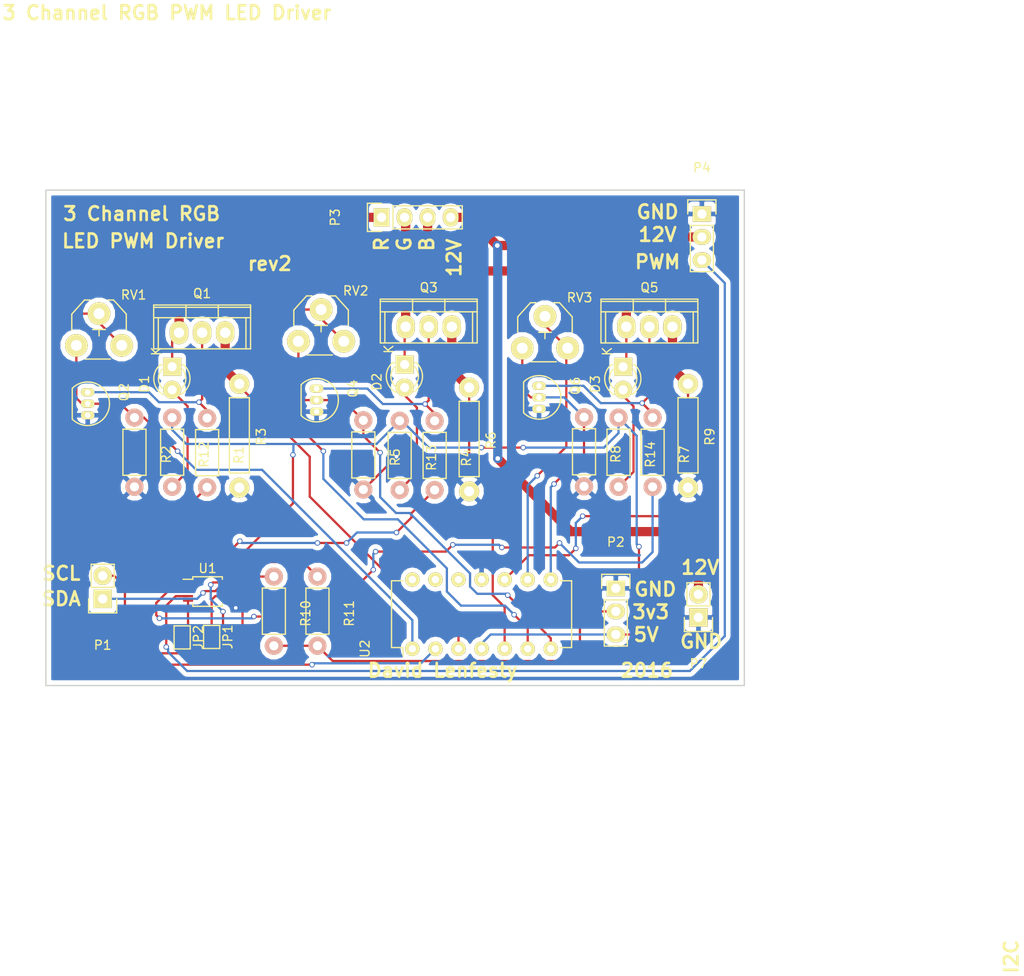
<source format=kicad_pcb>
(kicad_pcb (version 4) (host pcbnew 4.0.2+dfsg1-stable)

  (general
    (links 70)
    (no_connects 1)
    (area 78.942858 63.15 260.131713 164.536)
    (thickness 1.6)
    (drawings 25)
    (tracks 315)
    (zones 0)
    (modules 35)
    (nets 31)
  )

  (page A4)
  (layers
    (0 F.Cu signal)
    (31 B.Cu signal)
    (32 B.Adhes user)
    (33 F.Adhes user)
    (34 B.Paste user)
    (35 F.Paste user)
    (36 B.SilkS user)
    (37 F.SilkS user)
    (38 B.Mask user)
    (39 F.Mask user)
    (40 Dwgs.User user)
    (41 Cmts.User user)
    (42 Eco1.User user)
    (43 Eco2.User user)
    (44 Edge.Cuts user)
    (45 Margin user)
    (46 B.CrtYd user)
    (47 F.CrtYd user)
    (48 B.Fab user hide)
    (49 F.Fab user)
  )

  (setup
    (last_trace_width 0.25)
    (user_trace_width 0.508)
    (user_trace_width 1.016)
    (trace_clearance 0.2)
    (zone_clearance 0.508)
    (zone_45_only no)
    (trace_min 0.2)
    (segment_width 0.2)
    (edge_width 0.15)
    (via_size 0.6)
    (via_drill 0.4)
    (via_min_size 0.4)
    (via_min_drill 0.3)
    (user_via 1.016 0.508)
    (uvia_size 0.3)
    (uvia_drill 0.1)
    (uvias_allowed no)
    (uvia_min_size 0)
    (uvia_min_drill 0)
    (pcb_text_width 0.3)
    (pcb_text_size 1.5 1.5)
    (mod_edge_width 0.15)
    (mod_text_size 1 1)
    (mod_text_width 0.15)
    (pad_size 1.524 1.524)
    (pad_drill 0.762)
    (pad_to_mask_clearance 0.2)
    (aux_axis_origin 0 0)
    (visible_elements FFFFFF7F)
    (pcbplotparams
      (layerselection 0x01030_80000001)
      (usegerberextensions false)
      (excludeedgelayer true)
      (linewidth 0.100000)
      (plotframeref false)
      (viasonmask false)
      (mode 1)
      (useauxorigin false)
      (hpglpennumber 1)
      (hpglpenspeed 20)
      (hpglpendiameter 15)
      (hpglpenoverlay 2)
      (psnegative false)
      (psa4output false)
      (plotreference true)
      (plotvalue true)
      (plotinvisibletext false)
      (padsonsilk false)
      (subtractmaskfromsilk false)
      (outputformat 1)
      (mirror false)
      (drillshape 0)
      (scaleselection 1)
      (outputdirectory ""))
  )

  (net 0 "")
  (net 1 "Net-(JP1-Pad1)")
  (net 2 +5V)
  (net 3 "Net-(JP2-Pad1)")
  (net 4 "Net-(P1-Pad1)")
  (net 5 "Net-(P1-Pad2)")
  (net 6 +3V3)
  (net 7 +12V)
  (net 8 GND)
  (net 9 "Net-(P4-Pad3)")
  (net 10 "Net-(Q1-Pad3)")
  (net 11 "Net-(Q2-Pad2)")
  (net 12 "Net-(Q3-Pad3)")
  (net 13 "Net-(Q4-Pad2)")
  (net 14 "Net-(Q5-Pad3)")
  (net 15 "Net-(Q6-Pad2)")
  (net 16 "Net-(R1-Pad2)")
  (net 17 "Net-(R4-Pad2)")
  (net 18 "Net-(R7-Pad2)")
  (net 19 "Net-(D1-Pad1)")
  (net 20 "Net-(D1-Pad2)")
  (net 21 "Net-(D2-Pad1)")
  (net 22 "Net-(D2-Pad2)")
  (net 23 "Net-(D3-Pad1)")
  (net 24 "Net-(D3-Pad2)")
  (net 25 "Net-(RV1-Pad2)")
  (net 26 "Net-(RV2-Pad2)")
  (net 27 "Net-(RV3-Pad2)")
  (net 28 "Net-(Q1-Pad2)")
  (net 29 "Net-(Q3-Pad2)")
  (net 30 "Net-(Q5-Pad2)")

  (net_class Default "This is the default net class."
    (clearance 0.2)
    (trace_width 0.25)
    (via_dia 0.6)
    (via_drill 0.4)
    (uvia_dia 0.3)
    (uvia_drill 0.1)
    (add_net +12V)
    (add_net +3V3)
    (add_net +5V)
    (add_net GND)
    (add_net "Net-(D1-Pad1)")
    (add_net "Net-(D1-Pad2)")
    (add_net "Net-(D2-Pad1)")
    (add_net "Net-(D2-Pad2)")
    (add_net "Net-(D3-Pad1)")
    (add_net "Net-(D3-Pad2)")
    (add_net "Net-(JP1-Pad1)")
    (add_net "Net-(JP2-Pad1)")
    (add_net "Net-(P1-Pad1)")
    (add_net "Net-(P1-Pad2)")
    (add_net "Net-(P4-Pad3)")
    (add_net "Net-(Q1-Pad2)")
    (add_net "Net-(Q1-Pad3)")
    (add_net "Net-(Q2-Pad2)")
    (add_net "Net-(Q3-Pad2)")
    (add_net "Net-(Q3-Pad3)")
    (add_net "Net-(Q4-Pad2)")
    (add_net "Net-(Q5-Pad2)")
    (add_net "Net-(Q5-Pad3)")
    (add_net "Net-(Q6-Pad2)")
    (add_net "Net-(R1-Pad2)")
    (add_net "Net-(R4-Pad2)")
    (add_net "Net-(R7-Pad2)")
    (add_net "Net-(RV1-Pad2)")
    (add_net "Net-(RV2-Pad2)")
    (add_net "Net-(RV3-Pad2)")
  )

  (module LEDs:LED-3MM (layer F.Cu) (tedit 559B82F6) (tstamp 57DE1355)
    (at 93.4 86.2 270)
    (descr "LED 3mm round vertical")
    (tags "LED  3mm round vertical")
    (path /5799533D)
    (fp_text reference D1 (at 1.91 3.06 270) (layer F.SilkS)
      (effects (font (size 1 1) (thickness 0.15)))
    )
    (fp_text value LED (at 1.3 -2.9 270) (layer F.Fab)
      (effects (font (size 1 1) (thickness 0.15)))
    )
    (fp_line (start -1.2 2.3) (end 3.8 2.3) (layer F.CrtYd) (width 0.05))
    (fp_line (start 3.8 2.3) (end 3.8 -2.2) (layer F.CrtYd) (width 0.05))
    (fp_line (start 3.8 -2.2) (end -1.2 -2.2) (layer F.CrtYd) (width 0.05))
    (fp_line (start -1.2 -2.2) (end -1.2 2.3) (layer F.CrtYd) (width 0.05))
    (fp_line (start -0.199 1.314) (end -0.199 1.114) (layer F.SilkS) (width 0.15))
    (fp_line (start -0.199 -1.28) (end -0.199 -1.1) (layer F.SilkS) (width 0.15))
    (fp_arc (start 1.301 0.034) (end -0.199 -1.286) (angle 108.5) (layer F.SilkS) (width 0.15))
    (fp_arc (start 1.301 0.034) (end 0.25 -1.1) (angle 85.7) (layer F.SilkS) (width 0.15))
    (fp_arc (start 1.311 0.034) (end 3.051 0.994) (angle 110) (layer F.SilkS) (width 0.15))
    (fp_arc (start 1.301 0.034) (end 2.335 1.094) (angle 87.5) (layer F.SilkS) (width 0.15))
    (fp_text user K (at -1.69 1.74 270) (layer F.SilkS)
      (effects (font (size 1 1) (thickness 0.15)))
    )
    (pad 1 thru_hole rect (at 0 0) (size 2 2) (drill 1.00076) (layers *.Cu *.Mask F.SilkS)
      (net 19 "Net-(D1-Pad1)"))
    (pad 2 thru_hole circle (at 2.54 0 270) (size 2 2) (drill 1.00076) (layers *.Cu *.Mask F.SilkS)
      (net 20 "Net-(D1-Pad2)"))
    (model LEDs.3dshapes/LED-3MM.wrl
      (at (xyz 0.05 0 0))
      (scale (xyz 1 1 1))
      (rotate (xyz 0 0 90))
    )
  )

  (module LEDs:LED-3MM (layer F.Cu) (tedit 559B82F6) (tstamp 57DE135B)
    (at 119 85.95 270)
    (descr "LED 3mm round vertical")
    (tags "LED  3mm round vertical")
    (path /57995BEB)
    (fp_text reference D2 (at 1.91 3.06 270) (layer F.SilkS)
      (effects (font (size 1 1) (thickness 0.15)))
    )
    (fp_text value LED (at 1.3 -2.9 270) (layer F.Fab)
      (effects (font (size 1 1) (thickness 0.15)))
    )
    (fp_line (start -1.2 2.3) (end 3.8 2.3) (layer F.CrtYd) (width 0.05))
    (fp_line (start 3.8 2.3) (end 3.8 -2.2) (layer F.CrtYd) (width 0.05))
    (fp_line (start 3.8 -2.2) (end -1.2 -2.2) (layer F.CrtYd) (width 0.05))
    (fp_line (start -1.2 -2.2) (end -1.2 2.3) (layer F.CrtYd) (width 0.05))
    (fp_line (start -0.199 1.314) (end -0.199 1.114) (layer F.SilkS) (width 0.15))
    (fp_line (start -0.199 -1.28) (end -0.199 -1.1) (layer F.SilkS) (width 0.15))
    (fp_arc (start 1.301 0.034) (end -0.199 -1.286) (angle 108.5) (layer F.SilkS) (width 0.15))
    (fp_arc (start 1.301 0.034) (end 0.25 -1.1) (angle 85.7) (layer F.SilkS) (width 0.15))
    (fp_arc (start 1.311 0.034) (end 3.051 0.994) (angle 110) (layer F.SilkS) (width 0.15))
    (fp_arc (start 1.301 0.034) (end 2.335 1.094) (angle 87.5) (layer F.SilkS) (width 0.15))
    (fp_text user K (at -1.69 1.74 270) (layer F.SilkS)
      (effects (font (size 1 1) (thickness 0.15)))
    )
    (pad 1 thru_hole rect (at 0 0) (size 2 2) (drill 1.00076) (layers *.Cu *.Mask F.SilkS)
      (net 21 "Net-(D2-Pad1)"))
    (pad 2 thru_hole circle (at 2.54 0 270) (size 2 2) (drill 1.00076) (layers *.Cu *.Mask F.SilkS)
      (net 22 "Net-(D2-Pad2)"))
    (model LEDs.3dshapes/LED-3MM.wrl
      (at (xyz 0.05 0 0))
      (scale (xyz 1 1 1))
      (rotate (xyz 0 0 90))
    )
  )

  (module LEDs:LED-3MM (layer F.Cu) (tedit 559B82F6) (tstamp 57DE1361)
    (at 143.05 86.2 270)
    (descr "LED 3mm round vertical")
    (tags "LED  3mm round vertical")
    (path /579958DC)
    (fp_text reference D3 (at 1.91 3.06 270) (layer F.SilkS)
      (effects (font (size 1 1) (thickness 0.15)))
    )
    (fp_text value LED (at 1.3 -2.9 270) (layer F.Fab)
      (effects (font (size 1 1) (thickness 0.15)))
    )
    (fp_line (start -1.2 2.3) (end 3.8 2.3) (layer F.CrtYd) (width 0.05))
    (fp_line (start 3.8 2.3) (end 3.8 -2.2) (layer F.CrtYd) (width 0.05))
    (fp_line (start 3.8 -2.2) (end -1.2 -2.2) (layer F.CrtYd) (width 0.05))
    (fp_line (start -1.2 -2.2) (end -1.2 2.3) (layer F.CrtYd) (width 0.05))
    (fp_line (start -0.199 1.314) (end -0.199 1.114) (layer F.SilkS) (width 0.15))
    (fp_line (start -0.199 -1.28) (end -0.199 -1.1) (layer F.SilkS) (width 0.15))
    (fp_arc (start 1.301 0.034) (end -0.199 -1.286) (angle 108.5) (layer F.SilkS) (width 0.15))
    (fp_arc (start 1.301 0.034) (end 0.25 -1.1) (angle 85.7) (layer F.SilkS) (width 0.15))
    (fp_arc (start 1.311 0.034) (end 3.051 0.994) (angle 110) (layer F.SilkS) (width 0.15))
    (fp_arc (start 1.301 0.034) (end 2.335 1.094) (angle 87.5) (layer F.SilkS) (width 0.15))
    (fp_text user K (at -1.69 1.74 270) (layer F.SilkS)
      (effects (font (size 1 1) (thickness 0.15)))
    )
    (pad 1 thru_hole rect (at 0 0) (size 2 2) (drill 1.00076) (layers *.Cu *.Mask F.SilkS)
      (net 23 "Net-(D3-Pad1)"))
    (pad 2 thru_hole circle (at 2.54 0 270) (size 2 2) (drill 1.00076) (layers *.Cu *.Mask F.SilkS)
      (net 24 "Net-(D3-Pad2)"))
    (model LEDs.3dshapes/LED-3MM.wrl
      (at (xyz 0.05 0 0))
      (scale (xyz 1 1 1))
      (rotate (xyz 0 0 90))
    )
  )

  (module Connect:GS2 (layer F.Cu) (tedit 0) (tstamp 57DE1367)
    (at 97.75 115.95)
    (descr "Pontet Goute de soudure")
    (path /5798F0DA)
    (attr virtual)
    (fp_text reference JP1 (at 1.778 0 90) (layer F.SilkS)
      (effects (font (size 1 1) (thickness 0.15)))
    )
    (fp_text value Jumper_NO_Small (at 1.524 0 90) (layer F.Fab)
      (effects (font (size 1 1) (thickness 0.15)))
    )
    (fp_line (start -0.889 -1.27) (end -0.889 1.27) (layer F.SilkS) (width 0.15))
    (fp_line (start 0.889 1.27) (end 0.889 -1.27) (layer F.SilkS) (width 0.15))
    (fp_line (start 0.889 1.27) (end -0.889 1.27) (layer F.SilkS) (width 0.15))
    (fp_line (start -0.889 -1.27) (end 0.889 -1.27) (layer F.SilkS) (width 0.15))
    (pad 1 smd rect (at 0 -0.635) (size 1.27 0.9652) (layers F.Cu F.Paste F.Mask)
      (net 1 "Net-(JP1-Pad1)"))
    (pad 2 smd rect (at 0 0.635) (size 1.27 0.9652) (layers F.Cu F.Paste F.Mask)
      (net 2 +5V))
  )

  (module Connect:GS2 (layer F.Cu) (tedit 0) (tstamp 57DE136D)
    (at 94.5 116)
    (descr "Pontet Goute de soudure")
    (path /5798F117)
    (attr virtual)
    (fp_text reference JP2 (at 1.778 0 90) (layer F.SilkS)
      (effects (font (size 1 1) (thickness 0.15)))
    )
    (fp_text value Jumper_NO_Small (at 1.524 0 90) (layer F.Fab)
      (effects (font (size 1 1) (thickness 0.15)))
    )
    (fp_line (start -0.889 -1.27) (end -0.889 1.27) (layer F.SilkS) (width 0.15))
    (fp_line (start 0.889 1.27) (end 0.889 -1.27) (layer F.SilkS) (width 0.15))
    (fp_line (start 0.889 1.27) (end -0.889 1.27) (layer F.SilkS) (width 0.15))
    (fp_line (start -0.889 -1.27) (end 0.889 -1.27) (layer F.SilkS) (width 0.15))
    (pad 1 smd rect (at 0 -0.635) (size 1.27 0.9652) (layers F.Cu F.Paste F.Mask)
      (net 3 "Net-(JP2-Pad1)"))
    (pad 2 smd rect (at 0 0.635) (size 1.27 0.9652) (layers F.Cu F.Paste F.Mask)
      (net 2 +5V))
  )

  (module Pin_Headers:Pin_Header_Straight_1x02 (layer F.Cu) (tedit 54EA090C) (tstamp 57DE1373)
    (at 85.75 111.75 180)
    (descr "Through hole pin header")
    (tags "pin header")
    (path /5798ED37)
    (fp_text reference P1 (at 0 -5.1 180) (layer F.SilkS)
      (effects (font (size 1 1) (thickness 0.15)))
    )
    (fp_text value CONN_01X02 (at 0 -3.1 180) (layer F.Fab)
      (effects (font (size 1 1) (thickness 0.15)))
    )
    (fp_line (start 1.27 1.27) (end 1.27 3.81) (layer F.SilkS) (width 0.15))
    (fp_line (start 1.55 -1.55) (end 1.55 0) (layer F.SilkS) (width 0.15))
    (fp_line (start -1.75 -1.75) (end -1.75 4.3) (layer F.CrtYd) (width 0.05))
    (fp_line (start 1.75 -1.75) (end 1.75 4.3) (layer F.CrtYd) (width 0.05))
    (fp_line (start -1.75 -1.75) (end 1.75 -1.75) (layer F.CrtYd) (width 0.05))
    (fp_line (start -1.75 4.3) (end 1.75 4.3) (layer F.CrtYd) (width 0.05))
    (fp_line (start 1.27 1.27) (end -1.27 1.27) (layer F.SilkS) (width 0.15))
    (fp_line (start -1.55 0) (end -1.55 -1.55) (layer F.SilkS) (width 0.15))
    (fp_line (start -1.55 -1.55) (end 1.55 -1.55) (layer F.SilkS) (width 0.15))
    (fp_line (start -1.27 1.27) (end -1.27 3.81) (layer F.SilkS) (width 0.15))
    (fp_line (start -1.27 3.81) (end 1.27 3.81) (layer F.SilkS) (width 0.15))
    (pad 1 thru_hole rect (at 0 0 180) (size 2.032 2.032) (drill 1.016) (layers *.Cu *.Mask F.SilkS)
      (net 4 "Net-(P1-Pad1)"))
    (pad 2 thru_hole oval (at 0 2.54 180) (size 2.032 2.032) (drill 1.016) (layers *.Cu *.Mask F.SilkS)
      (net 5 "Net-(P1-Pad2)"))
    (model Pin_Headers.3dshapes/Pin_Header_Straight_1x02.wrl
      (at (xyz 0 -0.05 0))
      (scale (xyz 1 1 1))
      (rotate (xyz 0 0 90))
    )
  )

  (module Pin_Headers:Pin_Header_Straight_1x03 (layer F.Cu) (tedit 0) (tstamp 57DE137A)
    (at 142.25 110.6)
    (descr "Through hole pin header")
    (tags "pin header")
    (path /5799450E)
    (fp_text reference P2 (at 0 -5.1) (layer F.SilkS)
      (effects (font (size 1 1) (thickness 0.15)))
    )
    (fp_text value CONN_01X03 (at 0 -3.1) (layer F.Fab)
      (effects (font (size 1 1) (thickness 0.15)))
    )
    (fp_line (start -1.75 -1.75) (end -1.75 6.85) (layer F.CrtYd) (width 0.05))
    (fp_line (start 1.75 -1.75) (end 1.75 6.85) (layer F.CrtYd) (width 0.05))
    (fp_line (start -1.75 -1.75) (end 1.75 -1.75) (layer F.CrtYd) (width 0.05))
    (fp_line (start -1.75 6.85) (end 1.75 6.85) (layer F.CrtYd) (width 0.05))
    (fp_line (start -1.27 1.27) (end -1.27 6.35) (layer F.SilkS) (width 0.15))
    (fp_line (start -1.27 6.35) (end 1.27 6.35) (layer F.SilkS) (width 0.15))
    (fp_line (start 1.27 6.35) (end 1.27 1.27) (layer F.SilkS) (width 0.15))
    (fp_line (start 1.55 -1.55) (end 1.55 0) (layer F.SilkS) (width 0.15))
    (fp_line (start 1.27 1.27) (end -1.27 1.27) (layer F.SilkS) (width 0.15))
    (fp_line (start -1.55 0) (end -1.55 -1.55) (layer F.SilkS) (width 0.15))
    (fp_line (start -1.55 -1.55) (end 1.55 -1.55) (layer F.SilkS) (width 0.15))
    (pad 1 thru_hole rect (at 0 0) (size 2.032 1.7272) (drill 1.016) (layers *.Cu *.Mask F.SilkS)
      (net 8 GND))
    (pad 2 thru_hole oval (at 0 2.54) (size 2.032 1.7272) (drill 1.016) (layers *.Cu *.Mask F.SilkS)
      (net 6 +3V3))
    (pad 3 thru_hole oval (at 0 5.08) (size 2.032 1.7272) (drill 1.016) (layers *.Cu *.Mask F.SilkS)
      (net 2 +5V))
    (model Pin_Headers.3dshapes/Pin_Header_Straight_1x03.wrl
      (at (xyz 0 -0.1 0))
      (scale (xyz 1 1 1))
      (rotate (xyz 0 0 90))
    )
  )

  (module Pin_Headers:Pin_Header_Straight_1x04 (layer F.Cu) (tedit 0) (tstamp 57DE1382)
    (at 116.45 69.75 90)
    (descr "Through hole pin header")
    (tags "pin header")
    (path /5799372E)
    (fp_text reference P3 (at 0 -5.1 90) (layer F.SilkS)
      (effects (font (size 1 1) (thickness 0.15)))
    )
    (fp_text value CONN_01X04 (at 0 -3.1 90) (layer F.Fab)
      (effects (font (size 1 1) (thickness 0.15)))
    )
    (fp_line (start -1.75 -1.75) (end -1.75 9.4) (layer F.CrtYd) (width 0.05))
    (fp_line (start 1.75 -1.75) (end 1.75 9.4) (layer F.CrtYd) (width 0.05))
    (fp_line (start -1.75 -1.75) (end 1.75 -1.75) (layer F.CrtYd) (width 0.05))
    (fp_line (start -1.75 9.4) (end 1.75 9.4) (layer F.CrtYd) (width 0.05))
    (fp_line (start -1.27 1.27) (end -1.27 8.89) (layer F.SilkS) (width 0.15))
    (fp_line (start 1.27 1.27) (end 1.27 8.89) (layer F.SilkS) (width 0.15))
    (fp_line (start 1.55 -1.55) (end 1.55 0) (layer F.SilkS) (width 0.15))
    (fp_line (start -1.27 8.89) (end 1.27 8.89) (layer F.SilkS) (width 0.15))
    (fp_line (start 1.27 1.27) (end -1.27 1.27) (layer F.SilkS) (width 0.15))
    (fp_line (start -1.55 0) (end -1.55 -1.55) (layer F.SilkS) (width 0.15))
    (fp_line (start -1.55 -1.55) (end 1.55 -1.55) (layer F.SilkS) (width 0.15))
    (pad 1 thru_hole rect (at 0 0 90) (size 2.032 1.7272) (drill 1.016) (layers *.Cu *.Mask F.SilkS)
      (net 19 "Net-(D1-Pad1)"))
    (pad 2 thru_hole oval (at 0 2.54 90) (size 2.032 1.7272) (drill 1.016) (layers *.Cu *.Mask F.SilkS)
      (net 21 "Net-(D2-Pad1)"))
    (pad 3 thru_hole oval (at 0 5.08 90) (size 2.032 1.7272) (drill 1.016) (layers *.Cu *.Mask F.SilkS)
      (net 23 "Net-(D3-Pad1)"))
    (pad 4 thru_hole oval (at 0 7.62 90) (size 2.032 1.7272) (drill 1.016) (layers *.Cu *.Mask F.SilkS)
      (net 7 +12V))
    (model Pin_Headers.3dshapes/Pin_Header_Straight_1x04.wrl
      (at (xyz 0 -0.15 0))
      (scale (xyz 1 1 1))
      (rotate (xyz 0 0 90))
    )
  )

  (module Pin_Headers:Pin_Header_Straight_1x03 (layer F.Cu) (tedit 0) (tstamp 57DE1389)
    (at 151.725 69.375)
    (descr "Through hole pin header")
    (tags "pin header")
    (path /579927EE)
    (fp_text reference P4 (at 0 -5.1) (layer F.SilkS)
      (effects (font (size 1 1) (thickness 0.15)))
    )
    (fp_text value CONN_01X03 (at 0 -3.1) (layer F.Fab)
      (effects (font (size 1 1) (thickness 0.15)))
    )
    (fp_line (start -1.75 -1.75) (end -1.75 6.85) (layer F.CrtYd) (width 0.05))
    (fp_line (start 1.75 -1.75) (end 1.75 6.85) (layer F.CrtYd) (width 0.05))
    (fp_line (start -1.75 -1.75) (end 1.75 -1.75) (layer F.CrtYd) (width 0.05))
    (fp_line (start -1.75 6.85) (end 1.75 6.85) (layer F.CrtYd) (width 0.05))
    (fp_line (start -1.27 1.27) (end -1.27 6.35) (layer F.SilkS) (width 0.15))
    (fp_line (start -1.27 6.35) (end 1.27 6.35) (layer F.SilkS) (width 0.15))
    (fp_line (start 1.27 6.35) (end 1.27 1.27) (layer F.SilkS) (width 0.15))
    (fp_line (start 1.55 -1.55) (end 1.55 0) (layer F.SilkS) (width 0.15))
    (fp_line (start 1.27 1.27) (end -1.27 1.27) (layer F.SilkS) (width 0.15))
    (fp_line (start -1.55 0) (end -1.55 -1.55) (layer F.SilkS) (width 0.15))
    (fp_line (start -1.55 -1.55) (end 1.55 -1.55) (layer F.SilkS) (width 0.15))
    (pad 1 thru_hole rect (at 0 0) (size 2.032 1.7272) (drill 1.016) (layers *.Cu *.Mask F.SilkS)
      (net 8 GND))
    (pad 2 thru_hole oval (at 0 2.54) (size 2.032 1.7272) (drill 1.016) (layers *.Cu *.Mask F.SilkS)
      (net 7 +12V))
    (pad 3 thru_hole oval (at 0 5.08) (size 2.032 1.7272) (drill 1.016) (layers *.Cu *.Mask F.SilkS)
      (net 9 "Net-(P4-Pad3)"))
    (model Pin_Headers.3dshapes/Pin_Header_Straight_1x03.wrl
      (at (xyz 0 -0.1 0))
      (scale (xyz 1 1 1))
      (rotate (xyz 0 0 90))
    )
  )

  (module Pin_Headers:Pin_Header_Straight_1x02 (layer F.Cu) (tedit 54EA090C) (tstamp 57DE138F)
    (at 151.35 113.8 180)
    (descr "Through hole pin header")
    (tags "pin header")
    (path /5799192B)
    (fp_text reference P7 (at 0 -5.1 180) (layer F.SilkS)
      (effects (font (size 1 1) (thickness 0.15)))
    )
    (fp_text value CONN_01X02 (at 0 -3.1 180) (layer F.Fab)
      (effects (font (size 1 1) (thickness 0.15)))
    )
    (fp_line (start 1.27 1.27) (end 1.27 3.81) (layer F.SilkS) (width 0.15))
    (fp_line (start 1.55 -1.55) (end 1.55 0) (layer F.SilkS) (width 0.15))
    (fp_line (start -1.75 -1.75) (end -1.75 4.3) (layer F.CrtYd) (width 0.05))
    (fp_line (start 1.75 -1.75) (end 1.75 4.3) (layer F.CrtYd) (width 0.05))
    (fp_line (start -1.75 -1.75) (end 1.75 -1.75) (layer F.CrtYd) (width 0.05))
    (fp_line (start -1.75 4.3) (end 1.75 4.3) (layer F.CrtYd) (width 0.05))
    (fp_line (start 1.27 1.27) (end -1.27 1.27) (layer F.SilkS) (width 0.15))
    (fp_line (start -1.55 0) (end -1.55 -1.55) (layer F.SilkS) (width 0.15))
    (fp_line (start -1.55 -1.55) (end 1.55 -1.55) (layer F.SilkS) (width 0.15))
    (fp_line (start -1.27 1.27) (end -1.27 3.81) (layer F.SilkS) (width 0.15))
    (fp_line (start -1.27 3.81) (end 1.27 3.81) (layer F.SilkS) (width 0.15))
    (pad 1 thru_hole rect (at 0 0 180) (size 2.032 2.032) (drill 1.016) (layers *.Cu *.Mask F.SilkS)
      (net 8 GND))
    (pad 2 thru_hole oval (at 0 2.54 180) (size 2.032 2.032) (drill 1.016) (layers *.Cu *.Mask F.SilkS)
      (net 7 +12V))
    (model Pin_Headers.3dshapes/Pin_Header_Straight_1x02.wrl
      (at (xyz 0 -0.05 0))
      (scale (xyz 1 1 1))
      (rotate (xyz 0 0 90))
    )
  )

  (module Power_Integrations:TO-220 (layer F.Cu) (tedit 0) (tstamp 57DE1396)
    (at 96.7 82.45)
    (descr "Non Isolated JEDEC TO-220 Package")
    (tags "Power Integration YN Package")
    (path /57D5D314)
    (fp_text reference Q1 (at 0 -4.318) (layer F.SilkS)
      (effects (font (size 1 1) (thickness 0.15)))
    )
    (fp_text value BUZ11 (at 0 -4.318) (layer F.Fab)
      (effects (font (size 1 1) (thickness 0.15)))
    )
    (fp_line (start 4.826 -1.651) (end 4.826 1.778) (layer F.SilkS) (width 0.15))
    (fp_line (start -4.826 -1.651) (end -4.826 1.778) (layer F.SilkS) (width 0.15))
    (fp_line (start 5.334 -2.794) (end -5.334 -2.794) (layer F.SilkS) (width 0.15))
    (fp_line (start 1.778 -1.778) (end 1.778 -3.048) (layer F.SilkS) (width 0.15))
    (fp_line (start -1.778 -1.778) (end -1.778 -3.048) (layer F.SilkS) (width 0.15))
    (fp_line (start -5.334 -1.651) (end 5.334 -1.651) (layer F.SilkS) (width 0.15))
    (fp_line (start 5.334 1.778) (end -5.334 1.778) (layer F.SilkS) (width 0.15))
    (fp_line (start -5.334 -3.048) (end -5.334 1.778) (layer F.SilkS) (width 0.15))
    (fp_line (start 5.334 -3.048) (end 5.334 1.778) (layer F.SilkS) (width 0.15))
    (fp_line (start 5.334 -3.048) (end -5.334 -3.048) (layer F.SilkS) (width 0.15))
    (pad 2 thru_hole oval (at 0 0) (size 2.032 2.54) (drill 1.143) (layers *.Cu *.Mask F.SilkS)
      (net 28 "Net-(Q1-Pad2)"))
    (pad 3 thru_hole oval (at 2.54 0) (size 2.032 2.54) (drill 1.143) (layers *.Cu *.Mask F.SilkS)
      (net 10 "Net-(Q1-Pad3)"))
    (pad 1 thru_hole oval (at -2.54 0) (size 2.032 2.54) (drill 1.143) (layers *.Cu *.Mask F.SilkS)
      (net 19 "Net-(D1-Pad1)"))
  )

  (module TO_SOT_Packages_THT:TO-92_Inline_Narrow_Oval (layer F.Cu) (tedit 54F24281) (tstamp 57DE139D)
    (at 84.1 89 270)
    (descr "TO-92 leads in-line, narrow, oval pads, drill 0.6mm (see NXP sot054_po.pdf)")
    (tags "to-92 sc-43 sc-43a sot54 PA33 transistor")
    (path /5798FE3C)
    (fp_text reference Q2 (at 0 -4 270) (layer F.SilkS)
      (effects (font (size 1 1) (thickness 0.15)))
    )
    (fp_text value BC413 (at 0 3 270) (layer F.Fab)
      (effects (font (size 1 1) (thickness 0.15)))
    )
    (fp_line (start -1.4 1.95) (end -1.4 -2.65) (layer F.CrtYd) (width 0.05))
    (fp_line (start -1.4 1.95) (end 3.95 1.95) (layer F.CrtYd) (width 0.05))
    (fp_line (start -0.43 1.7) (end 2.97 1.7) (layer F.SilkS) (width 0.15))
    (fp_arc (start 1.27 0) (end 1.27 -2.4) (angle -135) (layer F.SilkS) (width 0.15))
    (fp_arc (start 1.27 0) (end 1.27 -2.4) (angle 135) (layer F.SilkS) (width 0.15))
    (fp_line (start -1.4 -2.65) (end 3.95 -2.65) (layer F.CrtYd) (width 0.05))
    (fp_line (start 3.95 1.95) (end 3.95 -2.65) (layer F.CrtYd) (width 0.05))
    (pad 2 thru_hole oval (at 1.27 0 90) (size 0.89916 1.50114) (drill 0.6) (layers *.Cu *.Mask F.SilkS)
      (net 11 "Net-(Q2-Pad2)"))
    (pad 3 thru_hole oval (at 2.54 0 90) (size 0.89916 1.50114) (drill 0.6) (layers *.Cu *.Mask F.SilkS)
      (net 8 GND))
    (pad 1 thru_hole oval (at 0 0 90) (size 0.89916 1.50114) (drill 0.6) (layers *.Cu *.Mask F.SilkS)
      (net 28 "Net-(Q1-Pad2)"))
    (model TO_SOT_Packages_THT.3dshapes/TO-92_Inline_Narrow_Oval.wrl
      (at (xyz 0.05 0 0))
      (scale (xyz 1 1 1))
      (rotate (xyz 0 0 -90))
    )
  )

  (module Power_Integrations:TO-220 (layer F.Cu) (tedit 0) (tstamp 57DE13A4)
    (at 121.65 81.8)
    (descr "Non Isolated JEDEC TO-220 Package")
    (tags "Power Integration YN Package")
    (path /57D5D3BD)
    (fp_text reference Q3 (at 0 -4.318) (layer F.SilkS)
      (effects (font (size 1 1) (thickness 0.15)))
    )
    (fp_text value BUZ11 (at 0 -4.318) (layer F.Fab)
      (effects (font (size 1 1) (thickness 0.15)))
    )
    (fp_line (start 4.826 -1.651) (end 4.826 1.778) (layer F.SilkS) (width 0.15))
    (fp_line (start -4.826 -1.651) (end -4.826 1.778) (layer F.SilkS) (width 0.15))
    (fp_line (start 5.334 -2.794) (end -5.334 -2.794) (layer F.SilkS) (width 0.15))
    (fp_line (start 1.778 -1.778) (end 1.778 -3.048) (layer F.SilkS) (width 0.15))
    (fp_line (start -1.778 -1.778) (end -1.778 -3.048) (layer F.SilkS) (width 0.15))
    (fp_line (start -5.334 -1.651) (end 5.334 -1.651) (layer F.SilkS) (width 0.15))
    (fp_line (start 5.334 1.778) (end -5.334 1.778) (layer F.SilkS) (width 0.15))
    (fp_line (start -5.334 -3.048) (end -5.334 1.778) (layer F.SilkS) (width 0.15))
    (fp_line (start 5.334 -3.048) (end 5.334 1.778) (layer F.SilkS) (width 0.15))
    (fp_line (start 5.334 -3.048) (end -5.334 -3.048) (layer F.SilkS) (width 0.15))
    (pad 2 thru_hole oval (at 0 0) (size 2.032 2.54) (drill 1.143) (layers *.Cu *.Mask F.SilkS)
      (net 29 "Net-(Q3-Pad2)"))
    (pad 3 thru_hole oval (at 2.54 0) (size 2.032 2.54) (drill 1.143) (layers *.Cu *.Mask F.SilkS)
      (net 12 "Net-(Q3-Pad3)"))
    (pad 1 thru_hole oval (at -2.54 0) (size 2.032 2.54) (drill 1.143) (layers *.Cu *.Mask F.SilkS)
      (net 21 "Net-(D2-Pad1)"))
  )

  (module TO_SOT_Packages_THT:TO-92_Inline_Narrow_Oval (layer F.Cu) (tedit 54F24281) (tstamp 57DE13AB)
    (at 109.3 88.6 270)
    (descr "TO-92 leads in-line, narrow, oval pads, drill 0.6mm (see NXP sot054_po.pdf)")
    (tags "to-92 sc-43 sc-43a sot54 PA33 transistor")
    (path /57992121)
    (fp_text reference Q4 (at 0 -4 270) (layer F.SilkS)
      (effects (font (size 1 1) (thickness 0.15)))
    )
    (fp_text value BC413 (at 0 3 270) (layer F.Fab)
      (effects (font (size 1 1) (thickness 0.15)))
    )
    (fp_line (start -1.4 1.95) (end -1.4 -2.65) (layer F.CrtYd) (width 0.05))
    (fp_line (start -1.4 1.95) (end 3.95 1.95) (layer F.CrtYd) (width 0.05))
    (fp_line (start -0.43 1.7) (end 2.97 1.7) (layer F.SilkS) (width 0.15))
    (fp_arc (start 1.27 0) (end 1.27 -2.4) (angle -135) (layer F.SilkS) (width 0.15))
    (fp_arc (start 1.27 0) (end 1.27 -2.4) (angle 135) (layer F.SilkS) (width 0.15))
    (fp_line (start -1.4 -2.65) (end 3.95 -2.65) (layer F.CrtYd) (width 0.05))
    (fp_line (start 3.95 1.95) (end 3.95 -2.65) (layer F.CrtYd) (width 0.05))
    (pad 2 thru_hole oval (at 1.27 0 90) (size 0.89916 1.50114) (drill 0.6) (layers *.Cu *.Mask F.SilkS)
      (net 13 "Net-(Q4-Pad2)"))
    (pad 3 thru_hole oval (at 2.54 0 90) (size 0.89916 1.50114) (drill 0.6) (layers *.Cu *.Mask F.SilkS)
      (net 8 GND))
    (pad 1 thru_hole oval (at 0 0 90) (size 0.89916 1.50114) (drill 0.6) (layers *.Cu *.Mask F.SilkS)
      (net 29 "Net-(Q3-Pad2)"))
    (model TO_SOT_Packages_THT.3dshapes/TO-92_Inline_Narrow_Oval.wrl
      (at (xyz 0.05 0 0))
      (scale (xyz 1 1 1))
      (rotate (xyz 0 0 -90))
    )
  )

  (module Power_Integrations:TO-220 (layer F.Cu) (tedit 0) (tstamp 57DE13B2)
    (at 145.95 81.8)
    (descr "Non Isolated JEDEC TO-220 Package")
    (tags "Power Integration YN Package")
    (path /57D5D476)
    (fp_text reference Q5 (at 0 -4.318) (layer F.SilkS)
      (effects (font (size 1 1) (thickness 0.15)))
    )
    (fp_text value BUZ11 (at 0 -4.318) (layer F.Fab)
      (effects (font (size 1 1) (thickness 0.15)))
    )
    (fp_line (start 4.826 -1.651) (end 4.826 1.778) (layer F.SilkS) (width 0.15))
    (fp_line (start -4.826 -1.651) (end -4.826 1.778) (layer F.SilkS) (width 0.15))
    (fp_line (start 5.334 -2.794) (end -5.334 -2.794) (layer F.SilkS) (width 0.15))
    (fp_line (start 1.778 -1.778) (end 1.778 -3.048) (layer F.SilkS) (width 0.15))
    (fp_line (start -1.778 -1.778) (end -1.778 -3.048) (layer F.SilkS) (width 0.15))
    (fp_line (start -5.334 -1.651) (end 5.334 -1.651) (layer F.SilkS) (width 0.15))
    (fp_line (start 5.334 1.778) (end -5.334 1.778) (layer F.SilkS) (width 0.15))
    (fp_line (start -5.334 -3.048) (end -5.334 1.778) (layer F.SilkS) (width 0.15))
    (fp_line (start 5.334 -3.048) (end 5.334 1.778) (layer F.SilkS) (width 0.15))
    (fp_line (start 5.334 -3.048) (end -5.334 -3.048) (layer F.SilkS) (width 0.15))
    (pad 2 thru_hole oval (at 0 0) (size 2.032 2.54) (drill 1.143) (layers *.Cu *.Mask F.SilkS)
      (net 30 "Net-(Q5-Pad2)"))
    (pad 3 thru_hole oval (at 2.54 0) (size 2.032 2.54) (drill 1.143) (layers *.Cu *.Mask F.SilkS)
      (net 14 "Net-(Q5-Pad3)"))
    (pad 1 thru_hole oval (at -2.54 0) (size 2.032 2.54) (drill 1.143) (layers *.Cu *.Mask F.SilkS)
      (net 23 "Net-(D3-Pad1)"))
  )

  (module TO_SOT_Packages_THT:TO-92_Inline_Narrow_Oval (layer F.Cu) (tedit 54F24281) (tstamp 57DE13B9)
    (at 133.8 88.3 270)
    (descr "TO-92 leads in-line, narrow, oval pads, drill 0.6mm (see NXP sot054_po.pdf)")
    (tags "to-92 sc-43 sc-43a sot54 PA33 transistor")
    (path /57992489)
    (fp_text reference Q6 (at 0 -4 270) (layer F.SilkS)
      (effects (font (size 1 1) (thickness 0.15)))
    )
    (fp_text value BC413 (at 0 3 270) (layer F.Fab)
      (effects (font (size 1 1) (thickness 0.15)))
    )
    (fp_line (start -1.4 1.95) (end -1.4 -2.65) (layer F.CrtYd) (width 0.05))
    (fp_line (start -1.4 1.95) (end 3.95 1.95) (layer F.CrtYd) (width 0.05))
    (fp_line (start -0.43 1.7) (end 2.97 1.7) (layer F.SilkS) (width 0.15))
    (fp_arc (start 1.27 0) (end 1.27 -2.4) (angle -135) (layer F.SilkS) (width 0.15))
    (fp_arc (start 1.27 0) (end 1.27 -2.4) (angle 135) (layer F.SilkS) (width 0.15))
    (fp_line (start -1.4 -2.65) (end 3.95 -2.65) (layer F.CrtYd) (width 0.05))
    (fp_line (start 3.95 1.95) (end 3.95 -2.65) (layer F.CrtYd) (width 0.05))
    (pad 2 thru_hole oval (at 1.27 0 90) (size 0.89916 1.50114) (drill 0.6) (layers *.Cu *.Mask F.SilkS)
      (net 15 "Net-(Q6-Pad2)"))
    (pad 3 thru_hole oval (at 2.54 0 90) (size 0.89916 1.50114) (drill 0.6) (layers *.Cu *.Mask F.SilkS)
      (net 8 GND))
    (pad 1 thru_hole oval (at 0 0 90) (size 0.89916 1.50114) (drill 0.6) (layers *.Cu *.Mask F.SilkS)
      (net 30 "Net-(Q5-Pad2)"))
    (model TO_SOT_Packages_THT.3dshapes/TO-92_Inline_Narrow_Oval.wrl
      (at (xyz 0.05 0 0))
      (scale (xyz 1 1 1))
      (rotate (xyz 0 0 -90))
    )
  )

  (module Resistors_ThroughHole:Resistor_Horizontal_RM7mm (layer F.Cu) (tedit 569FCF07) (tstamp 57DE13BF)
    (at 97.25 91.85 270)
    (descr "Resistor, Axial,  RM 7.62mm, 1/3W,")
    (tags "Resistor Axial RM 7.62mm 1/3W R3")
    (path /5798FB21)
    (fp_text reference R1 (at 4.05892 -3.50012 270) (layer F.SilkS)
      (effects (font (size 1 1) (thickness 0.15)))
    )
    (fp_text value 10K (at 3.81 3.81 270) (layer F.Fab)
      (effects (font (size 1 1) (thickness 0.15)))
    )
    (fp_line (start -1.25 -1.5) (end 8.85 -1.5) (layer F.CrtYd) (width 0.05))
    (fp_line (start -1.25 1.5) (end -1.25 -1.5) (layer F.CrtYd) (width 0.05))
    (fp_line (start 8.85 -1.5) (end 8.85 1.5) (layer F.CrtYd) (width 0.05))
    (fp_line (start -1.25 1.5) (end 8.85 1.5) (layer F.CrtYd) (width 0.05))
    (fp_line (start 1.27 -1.27) (end 6.35 -1.27) (layer F.SilkS) (width 0.15))
    (fp_line (start 6.35 -1.27) (end 6.35 1.27) (layer F.SilkS) (width 0.15))
    (fp_line (start 6.35 1.27) (end 1.27 1.27) (layer F.SilkS) (width 0.15))
    (fp_line (start 1.27 1.27) (end 1.27 -1.27) (layer F.SilkS) (width 0.15))
    (pad 1 thru_hole circle (at 0 0 270) (size 1.99898 1.99898) (drill 1.00076) (layers *.Cu *.SilkS *.Mask)
      (net 28 "Net-(Q1-Pad2)"))
    (pad 2 thru_hole circle (at 7.62 0 270) (size 1.99898 1.99898) (drill 1.00076) (layers *.Cu *.SilkS *.Mask)
      (net 16 "Net-(R1-Pad2)"))
  )

  (module Resistors_ThroughHole:Resistor_Horizontal_RM7mm (layer F.Cu) (tedit 569FCF07) (tstamp 57DE13C5)
    (at 89.25 91.8 270)
    (descr "Resistor, Axial,  RM 7.62mm, 1/3W,")
    (tags "Resistor Axial RM 7.62mm 1/3W R3")
    (path /57990D14)
    (fp_text reference R2 (at 4.05892 -3.50012 270) (layer F.SilkS)
      (effects (font (size 1 1) (thickness 0.15)))
    )
    (fp_text value 2K (at 3.81 3.81 270) (layer F.Fab)
      (effects (font (size 1 1) (thickness 0.15)))
    )
    (fp_line (start -1.25 -1.5) (end 8.85 -1.5) (layer F.CrtYd) (width 0.05))
    (fp_line (start -1.25 1.5) (end -1.25 -1.5) (layer F.CrtYd) (width 0.05))
    (fp_line (start 8.85 -1.5) (end 8.85 1.5) (layer F.CrtYd) (width 0.05))
    (fp_line (start -1.25 1.5) (end 8.85 1.5) (layer F.CrtYd) (width 0.05))
    (fp_line (start 1.27 -1.27) (end 6.35 -1.27) (layer F.SilkS) (width 0.15))
    (fp_line (start 6.35 -1.27) (end 6.35 1.27) (layer F.SilkS) (width 0.15))
    (fp_line (start 6.35 1.27) (end 1.27 1.27) (layer F.SilkS) (width 0.15))
    (fp_line (start 1.27 1.27) (end 1.27 -1.27) (layer F.SilkS) (width 0.15))
    (pad 1 thru_hole circle (at 0 0 270) (size 1.99898 1.99898) (drill 1.00076) (layers *.Cu *.SilkS *.Mask)
      (net 11 "Net-(Q2-Pad2)"))
    (pad 2 thru_hole circle (at 7.62 0 270) (size 1.99898 1.99898) (drill 1.00076) (layers *.Cu *.SilkS *.Mask)
      (net 8 GND))
  )

  (module Resistors_ThroughHole:Resistor_Horizontal_RM7mm (layer F.Cu) (tedit 569FCF07) (tstamp 57DE13D6)
    (at 122.3 92.15 270)
    (descr "Resistor, Axial,  RM 7.62mm, 1/3W,")
    (tags "Resistor Axial RM 7.62mm 1/3W R3")
    (path /5799211A)
    (fp_text reference R4 (at 4.05892 -3.50012 270) (layer F.SilkS)
      (effects (font (size 1 1) (thickness 0.15)))
    )
    (fp_text value 10K (at 3.81 3.81 270) (layer F.Fab)
      (effects (font (size 1 1) (thickness 0.15)))
    )
    (fp_line (start -1.25 -1.5) (end 8.85 -1.5) (layer F.CrtYd) (width 0.05))
    (fp_line (start -1.25 1.5) (end -1.25 -1.5) (layer F.CrtYd) (width 0.05))
    (fp_line (start 8.85 -1.5) (end 8.85 1.5) (layer F.CrtYd) (width 0.05))
    (fp_line (start -1.25 1.5) (end 8.85 1.5) (layer F.CrtYd) (width 0.05))
    (fp_line (start 1.27 -1.27) (end 6.35 -1.27) (layer F.SilkS) (width 0.15))
    (fp_line (start 6.35 -1.27) (end 6.35 1.27) (layer F.SilkS) (width 0.15))
    (fp_line (start 6.35 1.27) (end 1.27 1.27) (layer F.SilkS) (width 0.15))
    (fp_line (start 1.27 1.27) (end 1.27 -1.27) (layer F.SilkS) (width 0.15))
    (pad 1 thru_hole circle (at 0 0 270) (size 1.99898 1.99898) (drill 1.00076) (layers *.Cu *.SilkS *.Mask)
      (net 29 "Net-(Q3-Pad2)"))
    (pad 2 thru_hole circle (at 7.62 0 270) (size 1.99898 1.99898) (drill 1.00076) (layers *.Cu *.SilkS *.Mask)
      (net 17 "Net-(R4-Pad2)"))
  )

  (module Resistors_ThroughHole:Resistor_Horizontal_RM7mm (layer F.Cu) (tedit 569FCF07) (tstamp 57DE13DC)
    (at 114.45 92.1 270)
    (descr "Resistor, Axial,  RM 7.62mm, 1/3W,")
    (tags "Resistor Axial RM 7.62mm 1/3W R3")
    (path /5799213B)
    (fp_text reference R5 (at 4.05892 -3.50012 270) (layer F.SilkS)
      (effects (font (size 1 1) (thickness 0.15)))
    )
    (fp_text value 2K (at 3.81 3.81 270) (layer F.Fab)
      (effects (font (size 1 1) (thickness 0.15)))
    )
    (fp_line (start -1.25 -1.5) (end 8.85 -1.5) (layer F.CrtYd) (width 0.05))
    (fp_line (start -1.25 1.5) (end -1.25 -1.5) (layer F.CrtYd) (width 0.05))
    (fp_line (start 8.85 -1.5) (end 8.85 1.5) (layer F.CrtYd) (width 0.05))
    (fp_line (start -1.25 1.5) (end 8.85 1.5) (layer F.CrtYd) (width 0.05))
    (fp_line (start 1.27 -1.27) (end 6.35 -1.27) (layer F.SilkS) (width 0.15))
    (fp_line (start 6.35 -1.27) (end 6.35 1.27) (layer F.SilkS) (width 0.15))
    (fp_line (start 6.35 1.27) (end 1.27 1.27) (layer F.SilkS) (width 0.15))
    (fp_line (start 1.27 1.27) (end 1.27 -1.27) (layer F.SilkS) (width 0.15))
    (pad 1 thru_hole circle (at 0 0 270) (size 1.99898 1.99898) (drill 1.00076) (layers *.Cu *.SilkS *.Mask)
      (net 13 "Net-(Q4-Pad2)"))
    (pad 2 thru_hole circle (at 7.62 0 270) (size 1.99898 1.99898) (drill 1.00076) (layers *.Cu *.SilkS *.Mask)
      (net 8 GND))
  )

  (module Resistors_ThroughHole:Resistor_Horizontal_RM7mm (layer F.Cu) (tedit 569FCF07) (tstamp 57DE13ED)
    (at 146.3 91.8 270)
    (descr "Resistor, Axial,  RM 7.62mm, 1/3W,")
    (tags "Resistor Axial RM 7.62mm 1/3W R3")
    (path /57992482)
    (fp_text reference R7 (at 4.05892 -3.50012 270) (layer F.SilkS)
      (effects (font (size 1 1) (thickness 0.15)))
    )
    (fp_text value 10K (at 3.81 3.81 270) (layer F.Fab)
      (effects (font (size 1 1) (thickness 0.15)))
    )
    (fp_line (start -1.25 -1.5) (end 8.85 -1.5) (layer F.CrtYd) (width 0.05))
    (fp_line (start -1.25 1.5) (end -1.25 -1.5) (layer F.CrtYd) (width 0.05))
    (fp_line (start 8.85 -1.5) (end 8.85 1.5) (layer F.CrtYd) (width 0.05))
    (fp_line (start -1.25 1.5) (end 8.85 1.5) (layer F.CrtYd) (width 0.05))
    (fp_line (start 1.27 -1.27) (end 6.35 -1.27) (layer F.SilkS) (width 0.15))
    (fp_line (start 6.35 -1.27) (end 6.35 1.27) (layer F.SilkS) (width 0.15))
    (fp_line (start 6.35 1.27) (end 1.27 1.27) (layer F.SilkS) (width 0.15))
    (fp_line (start 1.27 1.27) (end 1.27 -1.27) (layer F.SilkS) (width 0.15))
    (pad 1 thru_hole circle (at 0 0 270) (size 1.99898 1.99898) (drill 1.00076) (layers *.Cu *.SilkS *.Mask)
      (net 30 "Net-(Q5-Pad2)"))
    (pad 2 thru_hole circle (at 7.62 0 270) (size 1.99898 1.99898) (drill 1.00076) (layers *.Cu *.SilkS *.Mask)
      (net 18 "Net-(R7-Pad2)"))
  )

  (module Resistors_ThroughHole:Resistor_Horizontal_RM7mm (layer F.Cu) (tedit 569FCF07) (tstamp 57DE13F3)
    (at 138.75 91.75 270)
    (descr "Resistor, Axial,  RM 7.62mm, 1/3W,")
    (tags "Resistor Axial RM 7.62mm 1/3W R3")
    (path /579924A3)
    (fp_text reference R8 (at 4.05892 -3.50012 270) (layer F.SilkS)
      (effects (font (size 1 1) (thickness 0.15)))
    )
    (fp_text value 2K (at 3.81 3.81 270) (layer F.Fab)
      (effects (font (size 1 1) (thickness 0.15)))
    )
    (fp_line (start -1.25 -1.5) (end 8.85 -1.5) (layer F.CrtYd) (width 0.05))
    (fp_line (start -1.25 1.5) (end -1.25 -1.5) (layer F.CrtYd) (width 0.05))
    (fp_line (start 8.85 -1.5) (end 8.85 1.5) (layer F.CrtYd) (width 0.05))
    (fp_line (start -1.25 1.5) (end 8.85 1.5) (layer F.CrtYd) (width 0.05))
    (fp_line (start 1.27 -1.27) (end 6.35 -1.27) (layer F.SilkS) (width 0.15))
    (fp_line (start 6.35 -1.27) (end 6.35 1.27) (layer F.SilkS) (width 0.15))
    (fp_line (start 6.35 1.27) (end 1.27 1.27) (layer F.SilkS) (width 0.15))
    (fp_line (start 1.27 1.27) (end 1.27 -1.27) (layer F.SilkS) (width 0.15))
    (pad 1 thru_hole circle (at 0 0 270) (size 1.99898 1.99898) (drill 1.00076) (layers *.Cu *.SilkS *.Mask)
      (net 15 "Net-(Q6-Pad2)"))
    (pad 2 thru_hole circle (at 7.62 0 270) (size 1.99898 1.99898) (drill 1.00076) (layers *.Cu *.SilkS *.Mask)
      (net 8 GND))
  )

  (module Resistors_ThroughHole:Resistor_Horizontal_RM7mm (layer F.Cu) (tedit 569FCF07) (tstamp 57DE1404)
    (at 104.6 109.3 270)
    (descr "Resistor, Axial,  RM 7.62mm, 1/3W,")
    (tags "Resistor Axial RM 7.62mm 1/3W R3")
    (path /57993A70)
    (fp_text reference R10 (at 4.05892 -3.50012 270) (layer F.SilkS)
      (effects (font (size 1 1) (thickness 0.15)))
    )
    (fp_text value 4.7K (at 3.81 3.81 270) (layer F.Fab)
      (effects (font (size 1 1) (thickness 0.15)))
    )
    (fp_line (start -1.25 -1.5) (end 8.85 -1.5) (layer F.CrtYd) (width 0.05))
    (fp_line (start -1.25 1.5) (end -1.25 -1.5) (layer F.CrtYd) (width 0.05))
    (fp_line (start 8.85 -1.5) (end 8.85 1.5) (layer F.CrtYd) (width 0.05))
    (fp_line (start -1.25 1.5) (end 8.85 1.5) (layer F.CrtYd) (width 0.05))
    (fp_line (start 1.27 -1.27) (end 6.35 -1.27) (layer F.SilkS) (width 0.15))
    (fp_line (start 6.35 -1.27) (end 6.35 1.27) (layer F.SilkS) (width 0.15))
    (fp_line (start 6.35 1.27) (end 1.27 1.27) (layer F.SilkS) (width 0.15))
    (fp_line (start 1.27 1.27) (end 1.27 -1.27) (layer F.SilkS) (width 0.15))
    (pad 1 thru_hole circle (at 0 0 270) (size 1.99898 1.99898) (drill 1.00076) (layers *.Cu *.SilkS *.Mask)
      (net 5 "Net-(P1-Pad2)"))
    (pad 2 thru_hole circle (at 7.62 0 270) (size 1.99898 1.99898) (drill 1.00076) (layers *.Cu *.SilkS *.Mask)
      (net 6 +3V3))
  )

  (module Resistors_ThroughHole:Resistor_Horizontal_RM7mm (layer F.Cu) (tedit 569FCF07) (tstamp 57DE140A)
    (at 109.4 109.3 270)
    (descr "Resistor, Axial,  RM 7.62mm, 1/3W,")
    (tags "Resistor Axial RM 7.62mm 1/3W R3")
    (path /579940A9)
    (fp_text reference R11 (at 4.05892 -3.50012 270) (layer F.SilkS)
      (effects (font (size 1 1) (thickness 0.15)))
    )
    (fp_text value 4.7K (at 3.81 3.81 270) (layer F.Fab)
      (effects (font (size 1 1) (thickness 0.15)))
    )
    (fp_line (start -1.25 -1.5) (end 8.85 -1.5) (layer F.CrtYd) (width 0.05))
    (fp_line (start -1.25 1.5) (end -1.25 -1.5) (layer F.CrtYd) (width 0.05))
    (fp_line (start 8.85 -1.5) (end 8.85 1.5) (layer F.CrtYd) (width 0.05))
    (fp_line (start -1.25 1.5) (end 8.85 1.5) (layer F.CrtYd) (width 0.05))
    (fp_line (start 1.27 -1.27) (end 6.35 -1.27) (layer F.SilkS) (width 0.15))
    (fp_line (start 6.35 -1.27) (end 6.35 1.27) (layer F.SilkS) (width 0.15))
    (fp_line (start 6.35 1.27) (end 1.27 1.27) (layer F.SilkS) (width 0.15))
    (fp_line (start 1.27 1.27) (end 1.27 -1.27) (layer F.SilkS) (width 0.15))
    (pad 1 thru_hole circle (at 0 0 270) (size 1.99898 1.99898) (drill 1.00076) (layers *.Cu *.SilkS *.Mask)
      (net 4 "Net-(P1-Pad1)"))
    (pad 2 thru_hole circle (at 7.62 0 270) (size 1.99898 1.99898) (drill 1.00076) (layers *.Cu *.SilkS *.Mask)
      (net 6 +3V3))
  )

  (module Resistors_ThroughHole:Resistor_Horizontal_RM7mm (layer F.Cu) (tedit 569FCF07) (tstamp 57DE1410)
    (at 93.4 91.8 270)
    (descr "Resistor, Axial,  RM 7.62mm, 1/3W,")
    (tags "Resistor Axial RM 7.62mm 1/3W R3")
    (path /579953E0)
    (fp_text reference R12 (at 4.05892 -3.50012 270) (layer F.SilkS)
      (effects (font (size 1 1) (thickness 0.15)))
    )
    (fp_text value 330 (at 3.81 3.81 270) (layer F.Fab)
      (effects (font (size 1 1) (thickness 0.15)))
    )
    (fp_line (start -1.25 -1.5) (end 8.85 -1.5) (layer F.CrtYd) (width 0.05))
    (fp_line (start -1.25 1.5) (end -1.25 -1.5) (layer F.CrtYd) (width 0.05))
    (fp_line (start 8.85 -1.5) (end 8.85 1.5) (layer F.CrtYd) (width 0.05))
    (fp_line (start -1.25 1.5) (end 8.85 1.5) (layer F.CrtYd) (width 0.05))
    (fp_line (start 1.27 -1.27) (end 6.35 -1.27) (layer F.SilkS) (width 0.15))
    (fp_line (start 6.35 -1.27) (end 6.35 1.27) (layer F.SilkS) (width 0.15))
    (fp_line (start 6.35 1.27) (end 1.27 1.27) (layer F.SilkS) (width 0.15))
    (fp_line (start 1.27 1.27) (end 1.27 -1.27) (layer F.SilkS) (width 0.15))
    (pad 1 thru_hole circle (at 0 0 270) (size 1.99898 1.99898) (drill 1.00076) (layers *.Cu *.SilkS *.Mask)
      (net 2 +5V))
    (pad 2 thru_hole circle (at 7.62 0 270) (size 1.99898 1.99898) (drill 1.00076) (layers *.Cu *.SilkS *.Mask)
      (net 20 "Net-(D1-Pad2)"))
  )

  (module Resistors_ThroughHole:Resistor_Horizontal_RM7mm (layer F.Cu) (tedit 569FCF07) (tstamp 57DE1416)
    (at 118.45 92.15 270)
    (descr "Resistor, Axial,  RM 7.62mm, 1/3W,")
    (tags "Resistor Axial RM 7.62mm 1/3W R3")
    (path /57995BF1)
    (fp_text reference R13 (at 4.05892 -3.50012 270) (layer F.SilkS)
      (effects (font (size 1 1) (thickness 0.15)))
    )
    (fp_text value 330 (at 3.81 3.81 270) (layer F.Fab)
      (effects (font (size 1 1) (thickness 0.15)))
    )
    (fp_line (start -1.25 -1.5) (end 8.85 -1.5) (layer F.CrtYd) (width 0.05))
    (fp_line (start -1.25 1.5) (end -1.25 -1.5) (layer F.CrtYd) (width 0.05))
    (fp_line (start 8.85 -1.5) (end 8.85 1.5) (layer F.CrtYd) (width 0.05))
    (fp_line (start -1.25 1.5) (end 8.85 1.5) (layer F.CrtYd) (width 0.05))
    (fp_line (start 1.27 -1.27) (end 6.35 -1.27) (layer F.SilkS) (width 0.15))
    (fp_line (start 6.35 -1.27) (end 6.35 1.27) (layer F.SilkS) (width 0.15))
    (fp_line (start 6.35 1.27) (end 1.27 1.27) (layer F.SilkS) (width 0.15))
    (fp_line (start 1.27 1.27) (end 1.27 -1.27) (layer F.SilkS) (width 0.15))
    (pad 1 thru_hole circle (at 0 0 270) (size 1.99898 1.99898) (drill 1.00076) (layers *.Cu *.SilkS *.Mask)
      (net 2 +5V))
    (pad 2 thru_hole circle (at 7.62 0 270) (size 1.99898 1.99898) (drill 1.00076) (layers *.Cu *.SilkS *.Mask)
      (net 22 "Net-(D2-Pad2)"))
  )

  (module Resistors_ThroughHole:Resistor_Horizontal_RM7mm (layer F.Cu) (tedit 569FCF07) (tstamp 57DE141C)
    (at 142.55 91.8 270)
    (descr "Resistor, Axial,  RM 7.62mm, 1/3W,")
    (tags "Resistor Axial RM 7.62mm 1/3W R3")
    (path /579958E2)
    (fp_text reference R14 (at 4.05892 -3.50012 270) (layer F.SilkS)
      (effects (font (size 1 1) (thickness 0.15)))
    )
    (fp_text value 330 (at 3.81 3.81 270) (layer F.Fab)
      (effects (font (size 1 1) (thickness 0.15)))
    )
    (fp_line (start -1.25 -1.5) (end 8.85 -1.5) (layer F.CrtYd) (width 0.05))
    (fp_line (start -1.25 1.5) (end -1.25 -1.5) (layer F.CrtYd) (width 0.05))
    (fp_line (start 8.85 -1.5) (end 8.85 1.5) (layer F.CrtYd) (width 0.05))
    (fp_line (start -1.25 1.5) (end 8.85 1.5) (layer F.CrtYd) (width 0.05))
    (fp_line (start 1.27 -1.27) (end 6.35 -1.27) (layer F.SilkS) (width 0.15))
    (fp_line (start 6.35 -1.27) (end 6.35 1.27) (layer F.SilkS) (width 0.15))
    (fp_line (start 6.35 1.27) (end 1.27 1.27) (layer F.SilkS) (width 0.15))
    (fp_line (start 1.27 1.27) (end 1.27 -1.27) (layer F.SilkS) (width 0.15))
    (pad 1 thru_hole circle (at 0 0 270) (size 1.99898 1.99898) (drill 1.00076) (layers *.Cu *.SilkS *.Mask)
      (net 2 +5V))
    (pad 2 thru_hole circle (at 7.62 0 270) (size 1.99898 1.99898) (drill 1.00076) (layers *.Cu *.SilkS *.Mask)
      (net 24 "Net-(D3-Pad2)"))
  )

  (module Potentiometers:Potentiometer_VishaySpectrol-Econtrim-Type36P (layer F.Cu) (tedit 5446FD75) (tstamp 57DE1423)
    (at 82.85 83.85)
    (descr "Potentiometer, Trimmer, Spectrol Type 36P, Econtrim, Rev A, 02 Aug 2010,")
    (tags "Potentiometer, Trimmer, Spectrol Type 36P, Econtrim, Rev A, 02 Aug 2010,")
    (path /579912B6)
    (fp_text reference RV1 (at 6.30936 -5.56006) (layer F.SilkS)
      (effects (font (size 1 1) (thickness 0.15)))
    )
    (fp_text value 10K (at 2.49936 3.32994) (layer F.Fab)
      (effects (font (size 1 1) (thickness 0.15)))
    )
    (fp_line (start 2.49936 -1.75006) (end 2.49936 -1.04902) (layer F.SilkS) (width 0.15))
    (fp_line (start 4.09956 -5.00126) (end 3.50012 -5.00126) (layer F.SilkS) (width 0.15))
    (fp_line (start 0.89916 -5.00126) (end 1.4986 -5.00126) (layer F.SilkS) (width 0.15))
    (fp_line (start 5.4991 -3.44932) (end 5.4991 -1.75006) (layer F.SilkS) (width 0.15))
    (fp_line (start -0.50038 -3.44932) (end -0.50038 -1.75006) (layer F.SilkS) (width 0.15))
    (fp_line (start 0.99822 1.50114) (end 3.74904 1.50114) (layer F.SilkS) (width 0.15))
    (fp_line (start 1.79832 -1.75006) (end 3.2004 -1.75006) (layer F.SilkS) (width 0.15))
    (fp_line (start 0.89916 -5.00126) (end -0.50038 -3.44932) (layer F.SilkS) (width 0.15))
    (fp_line (start 4.09956 -5.00126) (end 5.4991 -3.44932) (layer F.SilkS) (width 0.15))
    (pad 2 thru_hole circle (at 2.49936 -3.50012) (size 2.49936 2.49936) (drill 1.19888) (layers *.Cu *.Mask F.SilkS)
      (net 25 "Net-(RV1-Pad2)"))
    (pad 3 thru_hole circle (at 4.99872 0) (size 2.49936 2.49936) (drill 1.19888) (layers *.Cu *.Mask F.SilkS)
      (net 25 "Net-(RV1-Pad2)"))
    (pad 1 thru_hole circle (at 0 0) (size 2.49936 2.49936) (drill 1.19888) (layers *.Cu *.Mask F.SilkS)
      (net 11 "Net-(Q2-Pad2)"))
  )

  (module Potentiometers:Potentiometer_VishaySpectrol-Econtrim-Type36P (layer F.Cu) (tedit 5446FD75) (tstamp 57DE142A)
    (at 107.3 83.4)
    (descr "Potentiometer, Trimmer, Spectrol Type 36P, Econtrim, Rev A, 02 Aug 2010,")
    (tags "Potentiometer, Trimmer, Spectrol Type 36P, Econtrim, Rev A, 02 Aug 2010,")
    (path /57992148)
    (fp_text reference RV2 (at 6.30936 -5.56006) (layer F.SilkS)
      (effects (font (size 1 1) (thickness 0.15)))
    )
    (fp_text value 10K (at 2.49936 3.32994) (layer F.Fab)
      (effects (font (size 1 1) (thickness 0.15)))
    )
    (fp_line (start 2.49936 -1.75006) (end 2.49936 -1.04902) (layer F.SilkS) (width 0.15))
    (fp_line (start 4.09956 -5.00126) (end 3.50012 -5.00126) (layer F.SilkS) (width 0.15))
    (fp_line (start 0.89916 -5.00126) (end 1.4986 -5.00126) (layer F.SilkS) (width 0.15))
    (fp_line (start 5.4991 -3.44932) (end 5.4991 -1.75006) (layer F.SilkS) (width 0.15))
    (fp_line (start -0.50038 -3.44932) (end -0.50038 -1.75006) (layer F.SilkS) (width 0.15))
    (fp_line (start 0.99822 1.50114) (end 3.74904 1.50114) (layer F.SilkS) (width 0.15))
    (fp_line (start 1.79832 -1.75006) (end 3.2004 -1.75006) (layer F.SilkS) (width 0.15))
    (fp_line (start 0.89916 -5.00126) (end -0.50038 -3.44932) (layer F.SilkS) (width 0.15))
    (fp_line (start 4.09956 -5.00126) (end 5.4991 -3.44932) (layer F.SilkS) (width 0.15))
    (pad 2 thru_hole circle (at 2.49936 -3.50012) (size 2.49936 2.49936) (drill 1.19888) (layers *.Cu *.Mask F.SilkS)
      (net 26 "Net-(RV2-Pad2)"))
    (pad 3 thru_hole circle (at 4.99872 0) (size 2.49936 2.49936) (drill 1.19888) (layers *.Cu *.Mask F.SilkS)
      (net 26 "Net-(RV2-Pad2)"))
    (pad 1 thru_hole circle (at 0 0) (size 2.49936 2.49936) (drill 1.19888) (layers *.Cu *.Mask F.SilkS)
      (net 13 "Net-(Q4-Pad2)"))
  )

  (module Potentiometers:Potentiometer_VishaySpectrol-Econtrim-Type36P (layer F.Cu) (tedit 5446FD75) (tstamp 57DE1431)
    (at 131.95 84.15)
    (descr "Potentiometer, Trimmer, Spectrol Type 36P, Econtrim, Rev A, 02 Aug 2010,")
    (tags "Potentiometer, Trimmer, Spectrol Type 36P, Econtrim, Rev A, 02 Aug 2010,")
    (path /579924B0)
    (fp_text reference RV3 (at 6.30936 -5.56006) (layer F.SilkS)
      (effects (font (size 1 1) (thickness 0.15)))
    )
    (fp_text value 10K (at 2.49936 3.32994) (layer F.Fab)
      (effects (font (size 1 1) (thickness 0.15)))
    )
    (fp_line (start 2.49936 -1.75006) (end 2.49936 -1.04902) (layer F.SilkS) (width 0.15))
    (fp_line (start 4.09956 -5.00126) (end 3.50012 -5.00126) (layer F.SilkS) (width 0.15))
    (fp_line (start 0.89916 -5.00126) (end 1.4986 -5.00126) (layer F.SilkS) (width 0.15))
    (fp_line (start 5.4991 -3.44932) (end 5.4991 -1.75006) (layer F.SilkS) (width 0.15))
    (fp_line (start -0.50038 -3.44932) (end -0.50038 -1.75006) (layer F.SilkS) (width 0.15))
    (fp_line (start 0.99822 1.50114) (end 3.74904 1.50114) (layer F.SilkS) (width 0.15))
    (fp_line (start 1.79832 -1.75006) (end 3.2004 -1.75006) (layer F.SilkS) (width 0.15))
    (fp_line (start 0.89916 -5.00126) (end -0.50038 -3.44932) (layer F.SilkS) (width 0.15))
    (fp_line (start 4.09956 -5.00126) (end 5.4991 -3.44932) (layer F.SilkS) (width 0.15))
    (pad 2 thru_hole circle (at 2.49936 -3.50012) (size 2.49936 2.49936) (drill 1.19888) (layers *.Cu *.Mask F.SilkS)
      (net 27 "Net-(RV3-Pad2)"))
    (pad 3 thru_hole circle (at 4.99872 0) (size 2.49936 2.49936) (drill 1.19888) (layers *.Cu *.Mask F.SilkS)
      (net 27 "Net-(RV3-Pad2)"))
    (pad 1 thru_hole circle (at 0 0) (size 2.49936 2.49936) (drill 1.19888) (layers *.Cu *.Mask F.SilkS)
      (net 15 "Net-(Q6-Pad2)"))
  )

  (module Housings_SSOP:TSSOP-10_3x3mm_Pitch0.5mm (layer F.Cu) (tedit 54130A77) (tstamp 57DE143F)
    (at 97.3 110.95)
    (descr "TSSOP10: plastic thin shrink small outline package; 10 leads; body width 3 mm; (see NXP SSOP-TSSOP-VSO-REFLOW.pdf and sot552-1_po.pdf)")
    (tags "SSOP 0.5")
    (path /5798EA38)
    (attr smd)
    (fp_text reference U1 (at 0 -2.55) (layer F.SilkS)
      (effects (font (size 1 1) (thickness 0.15)))
    )
    (fp_text value PCA9633 (at 0 2.55) (layer F.Fab)
      (effects (font (size 1 1) (thickness 0.15)))
    )
    (fp_line (start -2.95 -1.8) (end -2.95 1.8) (layer F.CrtYd) (width 0.05))
    (fp_line (start 2.95 -1.8) (end 2.95 1.8) (layer F.CrtYd) (width 0.05))
    (fp_line (start -2.95 -1.8) (end 2.95 -1.8) (layer F.CrtYd) (width 0.05))
    (fp_line (start -2.95 1.8) (end 2.95 1.8) (layer F.CrtYd) (width 0.05))
    (fp_line (start -1.625 -1.625) (end -1.625 -1.35) (layer F.SilkS) (width 0.15))
    (fp_line (start 1.625 -1.625) (end 1.625 -1.35) (layer F.SilkS) (width 0.15))
    (fp_line (start 1.625 1.625) (end 1.625 1.35) (layer F.SilkS) (width 0.15))
    (fp_line (start -1.625 1.625) (end -1.625 1.35) (layer F.SilkS) (width 0.15))
    (fp_line (start -1.625 -1.625) (end 1.625 -1.625) (layer F.SilkS) (width 0.15))
    (fp_line (start -1.625 1.625) (end 1.625 1.625) (layer F.SilkS) (width 0.15))
    (fp_line (start -1.625 -1.35) (end -2.7 -1.35) (layer F.SilkS) (width 0.15))
    (pad 1 smd rect (at -2.15 -1) (size 1.1 0.25) (layers F.Cu F.Paste F.Mask)
      (net 16 "Net-(R1-Pad2)"))
    (pad 2 smd rect (at -2.15 -0.5) (size 1.1 0.25) (layers F.Cu F.Paste F.Mask)
      (net 17 "Net-(R4-Pad2)"))
    (pad 3 smd rect (at -2.15 0) (size 1.1 0.25) (layers F.Cu F.Paste F.Mask)
      (net 18 "Net-(R7-Pad2)"))
    (pad 4 smd rect (at -2.15 0.5) (size 1.1 0.25) (layers F.Cu F.Paste F.Mask)
      (net 9 "Net-(P4-Pad3)"))
    (pad 5 smd rect (at -2.15 1) (size 1.1 0.25) (layers F.Cu F.Paste F.Mask)
      (net 3 "Net-(JP2-Pad1)"))
    (pad 6 smd rect (at 2.15 1) (size 1.1 0.25) (layers F.Cu F.Paste F.Mask)
      (net 8 GND))
    (pad 7 smd rect (at 2.15 0.5) (size 1.1 0.25) (layers F.Cu F.Paste F.Mask)
      (net 1 "Net-(JP1-Pad1)"))
    (pad 8 smd rect (at 2.15 0) (size 1.1 0.25) (layers F.Cu F.Paste F.Mask)
      (net 5 "Net-(P1-Pad2)"))
    (pad 9 smd rect (at 2.15 -0.5) (size 1.1 0.25) (layers F.Cu F.Paste F.Mask)
      (net 4 "Net-(P1-Pad1)"))
    (pad 10 smd rect (at 2.15 -1) (size 1.1 0.25) (layers F.Cu F.Paste F.Mask)
      (net 2 +5V))
    (model Housings_SSOP.3dshapes/TSSOP-10_3x3mm_Pitch0.5mm.wrl
      (at (xyz 0 0 0))
      (scale (xyz 1 1 1))
      (rotate (xyz 0 0 0))
    )
  )

  (module Housings_DIP:DIP-14_W7.62mm (layer F.Cu) (tedit 54130A77) (tstamp 57DE1451)
    (at 119.85 117.25 90)
    (descr "14-lead dip package, row spacing 7.62 mm (300 mils)")
    (tags "dil dip 2.54 300")
    (path /57990893)
    (fp_text reference U2 (at 0 -5.22 90) (layer F.SilkS)
      (effects (font (size 1 1) (thickness 0.15)))
    )
    (fp_text value LM324AN (at 0 -3.72 90) (layer F.Fab)
      (effects (font (size 1 1) (thickness 0.15)))
    )
    (fp_line (start -1.05 -2.45) (end -1.05 17.7) (layer F.CrtYd) (width 0.05))
    (fp_line (start 8.65 -2.45) (end 8.65 17.7) (layer F.CrtYd) (width 0.05))
    (fp_line (start -1.05 -2.45) (end 8.65 -2.45) (layer F.CrtYd) (width 0.05))
    (fp_line (start -1.05 17.7) (end 8.65 17.7) (layer F.CrtYd) (width 0.05))
    (fp_line (start 0.135 -2.295) (end 0.135 -1.025) (layer F.SilkS) (width 0.15))
    (fp_line (start 7.485 -2.295) (end 7.485 -1.025) (layer F.SilkS) (width 0.15))
    (fp_line (start 7.485 17.535) (end 7.485 16.265) (layer F.SilkS) (width 0.15))
    (fp_line (start 0.135 17.535) (end 0.135 16.265) (layer F.SilkS) (width 0.15))
    (fp_line (start 0.135 -2.295) (end 7.485 -2.295) (layer F.SilkS) (width 0.15))
    (fp_line (start 0.135 17.535) (end 7.485 17.535) (layer F.SilkS) (width 0.15))
    (fp_line (start 0.135 -1.025) (end -0.8 -1.025) (layer F.SilkS) (width 0.15))
    (pad 1 thru_hole oval (at 0 0 90) (size 1.6 1.6) (drill 0.8) (layers *.Cu *.Mask F.SilkS)
      (net 11 "Net-(Q2-Pad2)"))
    (pad 2 thru_hole oval (at 0 2.54 90) (size 1.6 1.6) (drill 0.8) (layers *.Cu *.Mask F.SilkS)
      (net 25 "Net-(RV1-Pad2)"))
    (pad 3 thru_hole oval (at 0 5.08 90) (size 1.6 1.6) (drill 0.8) (layers *.Cu *.Mask F.SilkS)
      (net 10 "Net-(Q1-Pad3)"))
    (pad 4 thru_hole oval (at 0 7.62 90) (size 1.6 1.6) (drill 0.8) (layers *.Cu *.Mask F.SilkS)
      (net 2 +5V))
    (pad 5 thru_hole oval (at 0 10.16 90) (size 1.6 1.6) (drill 0.8) (layers *.Cu *.Mask F.SilkS)
      (net 12 "Net-(Q3-Pad3)"))
    (pad 6 thru_hole oval (at 0 12.7 90) (size 1.6 1.6) (drill 0.8) (layers *.Cu *.Mask F.SilkS)
      (net 26 "Net-(RV2-Pad2)"))
    (pad 7 thru_hole oval (at 0 15.24 90) (size 1.6 1.6) (drill 0.8) (layers *.Cu *.Mask F.SilkS)
      (net 13 "Net-(Q4-Pad2)"))
    (pad 8 thru_hole oval (at 7.62 15.24 90) (size 1.6 1.6) (drill 0.8) (layers *.Cu *.Mask F.SilkS)
      (net 15 "Net-(Q6-Pad2)"))
    (pad 9 thru_hole oval (at 7.62 12.7 90) (size 1.6 1.6) (drill 0.8) (layers *.Cu *.Mask F.SilkS)
      (net 27 "Net-(RV3-Pad2)"))
    (pad 10 thru_hole oval (at 7.62 10.16 90) (size 1.6 1.6) (drill 0.8) (layers *.Cu *.Mask F.SilkS)
      (net 14 "Net-(Q5-Pad3)"))
    (pad 11 thru_hole oval (at 7.62 7.62 90) (size 1.6 1.6) (drill 0.8) (layers *.Cu *.Mask F.SilkS)
      (net 8 GND))
    (pad 12 thru_hole oval (at 7.62 5.08 90) (size 1.6 1.6) (drill 0.8) (layers *.Cu *.Mask F.SilkS))
    (pad 13 thru_hole oval (at 7.62 2.54 90) (size 1.6 1.6) (drill 0.8) (layers *.Cu *.Mask F.SilkS))
    (pad 14 thru_hole oval (at 7.62 0 90) (size 1.6 1.6) (drill 0.8) (layers *.Cu *.Mask F.SilkS))
    (model Housings_DIP.3dshapes/DIP-14_W7.62mm.wrl
      (at (xyz 0 0 0))
      (scale (xyz 1 1 1))
      (rotate (xyz 0 0 0))
    )
  )

  (module Custom_Footprints:Current_Sense_Resistor (layer F.Cu) (tedit 57DE1991) (tstamp 57DE19E5)
    (at 100.8 93.8 90)
    (path /57991355)
    (fp_text reference R3 (at -0.1 2.4 90) (layer F.SilkS)
      (effects (font (size 1 1) (thickness 0.15)))
    )
    (fp_text value R (at 0.3 -2.9 90) (layer F.Fab)
      (effects (font (size 1 1) (thickness 0.15)))
    )
    (fp_line (start -4.1 -1.1) (end 4.2 -1.1) (layer F.SilkS) (width 0.15))
    (fp_line (start -4 1.1) (end -4.1 1.1) (layer F.SilkS) (width 0.15))
    (fp_line (start -4.1 1.1) (end -4.1 -1.1) (layer F.SilkS) (width 0.15))
    (fp_line (start 4.2 -1.1) (end 4.2 1.1) (layer F.SilkS) (width 0.15))
    (fp_line (start 4.2 1.1) (end -4.1 1.1) (layer F.SilkS) (width 0.15))
    (pad 1 thru_hole circle (at 5.715 0 90) (size 2.2 2.2) (drill 1.1) (layers *.Cu *.Mask F.SilkS)
      (net 10 "Net-(Q1-Pad3)"))
    (pad 2 thru_hole circle (at -5.715 0 90) (size 2.2 2.2) (drill 1.1) (layers *.Cu *.Mask F.SilkS)
      (net 8 GND))
  )

  (module Custom_Footprints:Current_Sense_Resistor (layer F.Cu) (tedit 57DE1991) (tstamp 57DE19F0)
    (at 126.1 94.2 90)
    (path /5799214E)
    (fp_text reference R6 (at -0.1 2.4 90) (layer F.SilkS)
      (effects (font (size 1 1) (thickness 0.15)))
    )
    (fp_text value R (at 0.3 -2.9 90) (layer F.Fab)
      (effects (font (size 1 1) (thickness 0.15)))
    )
    (fp_line (start -4.1 -1.1) (end 4.2 -1.1) (layer F.SilkS) (width 0.15))
    (fp_line (start -4 1.1) (end -4.1 1.1) (layer F.SilkS) (width 0.15))
    (fp_line (start -4.1 1.1) (end -4.1 -1.1) (layer F.SilkS) (width 0.15))
    (fp_line (start 4.2 -1.1) (end 4.2 1.1) (layer F.SilkS) (width 0.15))
    (fp_line (start 4.2 1.1) (end -4.1 1.1) (layer F.SilkS) (width 0.15))
    (pad 1 thru_hole circle (at 5.715 0 90) (size 2.2 2.2) (drill 1.1) (layers *.Cu *.Mask F.SilkS)
      (net 12 "Net-(Q3-Pad3)"))
    (pad 2 thru_hole circle (at -5.715 0 90) (size 2.2 2.2) (drill 1.1) (layers *.Cu *.Mask F.SilkS)
      (net 8 GND))
  )

  (module Custom_Footprints:Current_Sense_Resistor (layer F.Cu) (tedit 57DE1991) (tstamp 57DE19FB)
    (at 150.2 93.8 90)
    (path /579924B6)
    (fp_text reference R9 (at -0.1 2.4 90) (layer F.SilkS)
      (effects (font (size 1 1) (thickness 0.15)))
    )
    (fp_text value R (at 0.3 -2.9 90) (layer F.Fab)
      (effects (font (size 1 1) (thickness 0.15)))
    )
    (fp_line (start -4.1 -1.1) (end 4.2 -1.1) (layer F.SilkS) (width 0.15))
    (fp_line (start -4 1.1) (end -4.1 1.1) (layer F.SilkS) (width 0.15))
    (fp_line (start -4.1 1.1) (end -4.1 -1.1) (layer F.SilkS) (width 0.15))
    (fp_line (start 4.2 -1.1) (end 4.2 1.1) (layer F.SilkS) (width 0.15))
    (fp_line (start 4.2 1.1) (end -4.1 1.1) (layer F.SilkS) (width 0.15))
    (pad 1 thru_hole circle (at 5.715 0 90) (size 2.2 2.2) (drill 1.1) (layers *.Cu *.Mask F.SilkS)
      (net 14 "Net-(Q5-Pad3)"))
    (pad 2 thru_hole circle (at -5.715 0 90) (size 2.2 2.2) (drill 1.1) (layers *.Cu *.Mask F.SilkS)
      (net 8 GND))
  )

  (gr_text rev2 (at 104.15 74.85) (layer F.SilkS)
    (effects (font (size 1.5 1.5) (thickness 0.3)))
  )
  (gr_text "LED PWM Driver" (at 90.2 72.35) (layer F.SilkS)
    (effects (font (size 1.5 1.5) (thickness 0.3)))
  )
  (gr_text "3 Channel RGB" (at 90.05 69.35) (layer F.SilkS)
    (effects (font (size 1.5 1.5) (thickness 0.3)))
  )
  (gr_line (start 156.4 121.3) (end 156.4 66.7) (angle 90) (layer Edge.Cuts) (width 0.15))
  (gr_line (start 79.5 121.3) (end 156.4 121.3) (angle 90) (layer Edge.Cuts) (width 0.15))
  (gr_line (start 79.5 120.4) (end 79.5 121.3) (angle 90) (layer Edge.Cuts) (width 0.15))
  (gr_line (start 79.5 66.75) (end 79.5 120.4) (angle 90) (layer Edge.Cuts) (width 0.15))
  (gr_line (start 156.4 66.75) (end 79.5 66.75) (angle 90) (layer Edge.Cuts) (width 0.15))
  (gr_text SDA (at 81.2 111.75) (layer F.SilkS)
    (effects (font (size 1.5 1.5) (thickness 0.3)))
  )
  (gr_text SCL (at 81.2 108.95) (layer F.SilkS)
    (effects (font (size 1.5 1.5) (thickness 0.3)))
  )
  (gr_text 12V (at 124.45 74.2 90) (layer F.SilkS)
    (effects (font (size 1.5 1.5) (thickness 0.3)))
  )
  (gr_text B (at 121.45 72.7 90) (layer F.SilkS)
    (effects (font (size 1.5 1.5) (thickness 0.3)))
  )
  (gr_text G (at 118.95 72.7 90) (layer F.SilkS)
    (effects (font (size 1.5 1.5) (thickness 0.3)))
  )
  (gr_text R (at 116.45 72.7 90) (layer F.SilkS)
    (effects (font (size 1.5 1.5) (thickness 0.3)))
  )
  (gr_text GND (at 151.65 116.45) (layer F.SilkS)
    (effects (font (size 1.5 1.5) (thickness 0.3)))
  )
  (gr_text 12V (at 151.55 108.3) (layer F.SilkS)
    (effects (font (size 1.5 1.5) (thickness 0.3)))
  )
  (gr_text GND (at 146.85 69.15) (layer F.SilkS)
    (effects (font (size 1.5 1.5) (thickness 0.3)))
  )
  (gr_text 12V (at 146.85 71.65) (layer F.SilkS)
    (effects (font (size 1.5 1.5) (thickness 0.3)))
  )
  (gr_text PWM (at 146.85 74.65) (layer F.SilkS)
    (effects (font (size 1.5 1.5) (thickness 0.3)))
  )
  (gr_text GND (at 146.6 110.7 360) (layer F.SilkS)
    (effects (font (size 1.5 1.5) (thickness 0.3)))
  )
  (gr_text 5V (at 145.6 115.7 360) (layer F.SilkS)
    (effects (font (size 1.5 1.5) (thickness 0.3)))
  )
  (gr_text 3v3 (at 146.1 113.2 360) (layer F.SilkS)
    (effects (font (size 1.5 1.5) (thickness 0.3)))
  )
  (gr_text I2C (at 185.792 151.144 90) (layer F.SilkS)
    (effects (font (size 1.5 1.5) (thickness 0.3)))
  )
  (gr_text "David Lenfesty          2016" (at 131.746 119.636) (layer F.SilkS)
    (effects (font (size 1.5 1.5) (thickness 0.3)))
  )
  (gr_text "3 Channel RGB PWM LED Driver" (at 92.816 47.22) (layer F.SilkS)
    (effects (font (size 1.5 1.5) (thickness 0.3)))
  )

  (segment (start 97.75 115.315) (end 97.75 111.85) (width 0.25) (layer F.Cu) (net 1))
  (segment (start 98.15 111.45) (end 99.45 111.45) (width 0.25) (layer F.Cu) (net 1) (tstamp 57DE1C78))
  (segment (start 97.75 111.85) (end 98.15 111.45) (width 0.25) (layer F.Cu) (net 1) (tstamp 57DE1C77))
  (segment (start 127.47 117.25) (end 127.47 116.68) (width 0.25) (layer B.Cu) (net 2))
  (segment (start 127.47 116.68) (end 128.47 115.68) (width 0.25) (layer B.Cu) (net 2) (tstamp 57DE1D0E))
  (segment (start 128.47 115.68) (end 142.25 115.68) (width 0.25) (layer B.Cu) (net 2) (tstamp 57DE1D0F))
  (segment (start 99.45 109.95) (end 99.45 108.5) (width 0.25) (layer F.Cu) (net 2))
  (segment (start 106.75 95.85) (end 106.75 94.85) (width 0.25) (layer B.Cu) (net 2) (tstamp 57DE1CB6))
  (segment (start 106.7 95.9) (end 106.75 95.85) (width 0.25) (layer B.Cu) (net 2) (tstamp 57DE1CB5))
  (via (at 106.7 95.9) (size 0.6) (drill 0.4) (layers F.Cu B.Cu) (net 2))
  (segment (start 106.7 101.25) (end 106.7 95.9) (width 0.25) (layer F.Cu) (net 2) (tstamp 57DE1CB0))
  (segment (start 99.45 108.5) (end 106.7 101.25) (width 0.25) (layer F.Cu) (net 2) (tstamp 57DE1CAB))
  (segment (start 97.75 116.585) (end 98.315 116.585) (width 0.25) (layer F.Cu) (net 2))
  (segment (start 98.315 116.585) (end 99 115.9) (width 0.25) (layer F.Cu) (net 2) (tstamp 57DE1C82))
  (segment (start 97.9 109.95) (end 99.45 109.95) (width 0.25) (layer F.Cu) (net 2) (tstamp 57DE1C8A))
  (segment (start 97.65 110.2) (end 97.9 109.95) (width 0.25) (layer F.Cu) (net 2) (tstamp 57DE1C89))
  (via (at 97.65 110.2) (size 0.6) (drill 0.4) (layers F.Cu B.Cu) (net 2))
  (segment (start 97.65 111.8) (end 97.65 110.2) (width 0.25) (layer B.Cu) (net 2) (tstamp 57DE1C86))
  (segment (start 99 113.15) (end 97.65 111.8) (width 0.25) (layer B.Cu) (net 2) (tstamp 57DE1C85))
  (via (at 99 113.15) (size 0.6) (drill 0.4) (layers F.Cu B.Cu) (net 2))
  (segment (start 99 115.9) (end 99 113.15) (width 0.25) (layer F.Cu) (net 2) (tstamp 57DE1C83))
  (segment (start 94.5 116.635) (end 97.7 116.635) (width 0.25) (layer F.Cu) (net 2))
  (segment (start 97.7 116.635) (end 97.75 116.585) (width 0.25) (layer F.Cu) (net 2) (tstamp 57DE1C7F))
  (segment (start 142.25 115.68) (end 143.92 115.68) (width 0.25) (layer F.Cu) (net 2))
  (segment (start 144.55 93.8) (end 142.55 91.8) (width 0.25) (layer B.Cu) (net 2) (tstamp 57DE1BE0))
  (segment (start 144.55 105.75) (end 144.55 93.8) (width 0.25) (layer B.Cu) (net 2) (tstamp 57DE1BDE))
  (segment (start 144.8 106) (end 144.55 105.75) (width 0.25) (layer B.Cu) (net 2) (tstamp 57DE1BDD))
  (via (at 144.8 106) (size 0.6) (drill 0.4) (layers F.Cu B.Cu) (net 2))
  (segment (start 144.8 114.8) (end 144.8 106) (width 0.25) (layer F.Cu) (net 2) (tstamp 57DE1BDB))
  (segment (start 143.92 115.68) (end 144.8 114.8) (width 0.25) (layer F.Cu) (net 2) (tstamp 57DE1BD9))
  (segment (start 118.45 92.15) (end 118.7 92.15) (width 0.25) (layer B.Cu) (net 2))
  (segment (start 118.7 92.15) (end 121.65 95.1) (width 0.25) (layer B.Cu) (net 2) (tstamp 57DE1B96))
  (segment (start 142.55 93.5) (end 142.55 91.8) (width 0.25) (layer B.Cu) (net 2) (tstamp 57DE1BA3))
  (segment (start 140.95 95.1) (end 142.55 93.5) (width 0.25) (layer B.Cu) (net 2) (tstamp 57DE1BA2))
  (segment (start 132.05 95.1) (end 140.95 95.1) (width 0.25) (layer B.Cu) (net 2) (tstamp 57DE1BA1))
  (via (at 132.05 95.1) (size 0.6) (drill 0.4) (layers F.Cu B.Cu) (net 2))
  (segment (start 127.45 95.1) (end 132.05 95.1) (width 0.25) (layer F.Cu) (net 2) (tstamp 57DE1B9E))
  (via (at 127.45 95.1) (size 0.6) (drill 0.4) (layers F.Cu B.Cu) (net 2))
  (segment (start 121.65 95.1) (end 127.45 95.1) (width 0.25) (layer B.Cu) (net 2) (tstamp 57DE1B97))
  (segment (start 93.4 91.8) (end 93.4 93.15) (width 0.25) (layer B.Cu) (net 2))
  (segment (start 115.9 94.7) (end 118.45 92.15) (width 0.25) (layer B.Cu) (net 2) (tstamp 57DE1B92))
  (segment (start 94.95 94.7) (end 115.9 94.7) (width 0.25) (layer B.Cu) (net 2) (tstamp 57DE1B90))
  (segment (start 93.4 93.15) (end 94.95 94.7) (width 0.25) (layer B.Cu) (net 2) (tstamp 57DE1B8C))
  (segment (start 94.5 115.365) (end 94.535 115.365) (width 0.25) (layer F.Cu) (net 3))
  (segment (start 94.535 115.365) (end 95.15 114.75) (width 0.25) (layer F.Cu) (net 3) (tstamp 57DE1C7B))
  (segment (start 95.15 114.75) (end 95.15 111.95) (width 0.25) (layer F.Cu) (net 3) (tstamp 57DE1C7C))
  (segment (start 85.75 111.75) (end 96.15 111.75) (width 0.25) (layer B.Cu) (net 4))
  (segment (start 98.6 110.45) (end 99.45 110.45) (width 0.25) (layer F.Cu) (net 4) (tstamp 57DE1C9D))
  (segment (start 98.15 110.9) (end 98.6 110.45) (width 0.25) (layer F.Cu) (net 4) (tstamp 57DE1C9C))
  (segment (start 97 110.9) (end 98.15 110.9) (width 0.25) (layer F.Cu) (net 4) (tstamp 57DE1C9B))
  (segment (start 96.8 111.1) (end 97 110.9) (width 0.25) (layer F.Cu) (net 4) (tstamp 57DE1C9A))
  (via (at 96.8 111.1) (size 0.6) (drill 0.4) (layers F.Cu B.Cu) (net 4))
  (segment (start 96.15 111.75) (end 96.8 111.1) (width 0.25) (layer B.Cu) (net 4) (tstamp 57DE1C98))
  (segment (start 99.45 110.45) (end 100.5 110.45) (width 0.25) (layer F.Cu) (net 4))
  (segment (start 107.8 107.7) (end 109.4 109.3) (width 0.25) (layer F.Cu) (net 4) (tstamp 57DE1C73))
  (segment (start 103.25 107.7) (end 107.8 107.7) (width 0.25) (layer F.Cu) (net 4) (tstamp 57DE1C71))
  (segment (start 100.5 110.45) (end 103.25 107.7) (width 0.25) (layer F.Cu) (net 4) (tstamp 57DE1C6F))
  (segment (start 101.15 110.95) (end 101.15 117.2) (width 0.25) (layer F.Cu) (net 5))
  (segment (start 87.01 109.21) (end 85.75 109.21) (width 0.25) (layer F.Cu) (net 5) (tstamp 57DE1C94))
  (segment (start 88.2 110.4) (end 87.01 109.21) (width 0.25) (layer F.Cu) (net 5) (tstamp 57DE1C93))
  (segment (start 88.2 114.4) (end 88.2 110.4) (width 0.25) (layer F.Cu) (net 5) (tstamp 57DE1C91))
  (segment (start 91.55 117.75) (end 88.2 114.4) (width 0.25) (layer F.Cu) (net 5) (tstamp 57DE1C8F))
  (segment (start 100.6 117.75) (end 91.55 117.75) (width 0.25) (layer F.Cu) (net 5) (tstamp 57DE1C8E))
  (segment (start 101.15 117.2) (end 100.6 117.75) (width 0.25) (layer F.Cu) (net 5) (tstamp 57DE1C8D))
  (segment (start 104.6 109.3) (end 102.8 109.3) (width 0.25) (layer F.Cu) (net 5))
  (segment (start 101.15 110.95) (end 99.45 110.95) (width 0.25) (layer F.Cu) (net 5) (tstamp 57DE1C6B))
  (segment (start 102.8 109.3) (end 101.15 110.95) (width 0.25) (layer F.Cu) (net 5) (tstamp 57DE1C69))
  (segment (start 109.4 116.92) (end 104.6 116.92) (width 0.25) (layer F.Cu) (net 6))
  (segment (start 142.25 113.14) (end 140.06 113.14) (width 0.25) (layer F.Cu) (net 6))
  (segment (start 111.08 118.6) (end 109.4 116.92) (width 0.25) (layer F.Cu) (net 6) (tstamp 57DE1BF6))
  (segment (start 137.35 118.6) (end 111.08 118.6) (width 0.25) (layer F.Cu) (net 6) (tstamp 57DE1BF4))
  (segment (start 138.3 117.65) (end 137.35 118.6) (width 0.25) (layer F.Cu) (net 6) (tstamp 57DE1BF2))
  (segment (start 138.3 114.9) (end 138.3 117.65) (width 0.25) (layer F.Cu) (net 6) (tstamp 57DE1BF0))
  (segment (start 140.06 113.14) (end 138.3 114.9) (width 0.25) (layer F.Cu) (net 6) (tstamp 57DE1BEE))
  (segment (start 129.2 72.85) (end 147.45 72.85) (width 1.016) (layer F.Cu) (net 7))
  (segment (start 148.385 71.915) (end 151.725 71.915) (width 1.016) (layer F.Cu) (net 7) (tstamp 57DE1A67))
  (segment (start 147.45 72.85) (end 148.385 71.915) (width 1.016) (layer F.Cu) (net 7) (tstamp 57DE1A66))
  (segment (start 124.07 69.75) (end 126.1 69.75) (width 1.016) (layer F.Cu) (net 7))
  (segment (start 151.35 108.25) (end 151.35 111.26) (width 1.016) (layer F.Cu) (net 7) (tstamp 57DE1A63))
  (segment (start 147.45 104.35) (end 151.35 108.25) (width 1.016) (layer F.Cu) (net 7) (tstamp 57DE1A62))
  (segment (start 137.3 104.35) (end 147.45 104.35) (width 1.016) (layer F.Cu) (net 7) (tstamp 57DE1A60))
  (segment (start 129.25 96.3) (end 137.3 104.35) (width 1.016) (layer F.Cu) (net 7) (tstamp 57DE1A5F))
  (via (at 129.25 96.3) (size 1.016) (drill 0.508) (layers F.Cu B.Cu) (net 7))
  (segment (start 129.25 72.9) (end 129.25 96.3) (width 1.016) (layer B.Cu) (net 7) (tstamp 57DE1A5D))
  (segment (start 129.2 72.85) (end 129.25 72.9) (width 1.016) (layer B.Cu) (net 7) (tstamp 57DE1A5C))
  (via (at 129.2 72.85) (size 1.016) (drill 0.508) (layers F.Cu B.Cu) (net 7))
  (segment (start 126.1 69.75) (end 129.2 72.85) (width 1.016) (layer F.Cu) (net 7) (tstamp 57DE1A5A))
  (segment (start 114.45 99.72) (end 114.48 99.72) (width 0.25) (layer F.Cu) (net 8))
  (segment (start 114.48 99.72) (end 118.1 96.1) (width 0.25) (layer F.Cu) (net 8) (tstamp 57DE2145))
  (via (at 118.1 96.1) (size 0.6) (drill 0.4) (layers F.Cu B.Cu) (net 8))
  (segment (start 118.1 96.1) (end 118.05 96.15) (width 0.25) (layer B.Cu) (net 8) (tstamp 57DE2147))
  (segment (start 99.45 111.95) (end 99.6 111.95) (width 0.25) (layer F.Cu) (net 8))
  (segment (start 99.6 111.95) (end 100.4 112.75) (width 0.25) (layer F.Cu) (net 8) (tstamp 57DE2128))
  (via (at 100.4 112.75) (size 0.6) (drill 0.4) (layers F.Cu B.Cu) (net 8))
  (segment (start 100.4 112.75) (end 100.4 112.65) (width 0.25) (layer B.Cu) (net 8) (tstamp 57DE212A))
  (segment (start 95.15 111.45) (end 93.8 111.45) (width 0.25) (layer F.Cu) (net 9))
  (segment (start 154.25 76.98) (end 151.725 74.455) (width 0.25) (layer B.Cu) (net 9) (tstamp 57DE1E95))
  (segment (start 154.25 115.85) (end 154.25 76.98) (width 0.25) (layer B.Cu) (net 9) (tstamp 57DE1E93))
  (segment (start 150.4 119.7) (end 154.25 115.85) (width 0.25) (layer B.Cu) (net 9) (tstamp 57DE1E8F))
  (segment (start 95.05 119.7) (end 150.4 119.7) (width 0.25) (layer B.Cu) (net 9) (tstamp 57DE1E8A))
  (segment (start 92.95 117.6) (end 95.05 119.7) (width 0.25) (layer B.Cu) (net 9) (tstamp 57DE1E89))
  (segment (start 92.95 117.25) (end 92.95 117.6) (width 0.25) (layer B.Cu) (net 9) (tstamp 57DE1E88))
  (segment (start 92.75 117.05) (end 92.95 117.25) (width 0.25) (layer B.Cu) (net 9) (tstamp 57DE1E87))
  (via (at 92.75 117.05) (size 0.6) (drill 0.4) (layers F.Cu B.Cu) (net 9))
  (segment (start 92.75 112.5) (end 92.75 117.05) (width 0.25) (layer F.Cu) (net 9) (tstamp 57DE1E83))
  (segment (start 93.8 111.45) (end 92.75 112.5) (width 0.25) (layer F.Cu) (net 9) (tstamp 57DE1E7F))
  (segment (start 100.8 88.085) (end 100.8 88.35) (width 0.25) (layer F.Cu) (net 10))
  (segment (start 100.8 88.35) (end 108.55 96.1) (width 0.25) (layer F.Cu) (net 10) (tstamp 57DE1D90))
  (segment (start 124.93 114.28) (end 124.93 117.25) (width 0.25) (layer F.Cu) (net 10) (tstamp 57DE1D9F))
  (segment (start 123.65 113) (end 124.93 114.28) (width 0.25) (layer F.Cu) (net 10) (tstamp 57DE1D9D))
  (segment (start 121.05 113) (end 123.65 113) (width 0.25) (layer F.Cu) (net 10) (tstamp 57DE1D9B))
  (segment (start 108.55 100.5) (end 121.05 113) (width 0.25) (layer F.Cu) (net 10) (tstamp 57DE1D95))
  (segment (start 108.55 96.1) (end 108.55 100.5) (width 0.25) (layer F.Cu) (net 10) (tstamp 57DE1D92))
  (segment (start 99.24 82.45) (end 99.24 86.525) (width 1.016) (layer F.Cu) (net 10))
  (segment (start 99.24 86.525) (end 100.8 88.085) (width 1.016) (layer F.Cu) (net 10) (tstamp 57DE1A52))
  (segment (start 89.25 91.8) (end 90.3 91.8) (width 0.25) (layer F.Cu) (net 11))
  (segment (start 119.85 114.1) (end 119.85 117.25) (width 0.25) (layer B.Cu) (net 11) (tstamp 57DE1DC6))
  (segment (start 103.3 97.55) (end 119.85 114.1) (width 0.25) (layer B.Cu) (net 11) (tstamp 57DE1DC4))
  (segment (start 96.05 97.55) (end 103.3 97.55) (width 0.25) (layer B.Cu) (net 11) (tstamp 57DE1DC2))
  (segment (start 94 95.5) (end 96.05 97.55) (width 0.25) (layer B.Cu) (net 11) (tstamp 57DE1DC1))
  (via (at 94 95.5) (size 0.6) (drill 0.4) (layers F.Cu B.Cu) (net 11))
  (segment (start 90.3 91.8) (end 94 95.5) (width 0.25) (layer F.Cu) (net 11) (tstamp 57DE1DBC))
  (segment (start 84.1 90.27) (end 87.72 90.27) (width 0.25) (layer F.Cu) (net 11))
  (segment (start 87.72 90.27) (end 89.25 91.8) (width 0.25) (layer F.Cu) (net 11) (tstamp 57DE1AD3))
  (segment (start 82.85 83.85) (end 82.85 89.65) (width 0.25) (layer F.Cu) (net 11))
  (segment (start 82.85 89.65) (end 83.47 90.27) (width 0.25) (layer F.Cu) (net 11) (tstamp 57DE1A9F))
  (segment (start 83.47 90.27) (end 84.1 90.27) (width 0.25) (layer F.Cu) (net 11) (tstamp 57DE1AA1))
  (segment (start 130.01 117.25) (end 130.01 112.66) (width 0.25) (layer F.Cu) (net 12))
  (segment (start 126.1 96.5) (end 126.1 88.485) (width 0.25) (layer F.Cu) (net 12) (tstamp 57DE1D28))
  (segment (start 128.7 99.1) (end 126.1 96.5) (width 0.25) (layer F.Cu) (net 12) (tstamp 57DE1D22))
  (segment (start 128.7 111.35) (end 128.7 99.1) (width 0.25) (layer F.Cu) (net 12) (tstamp 57DE1D20))
  (segment (start 130.01 112.66) (end 128.7 111.35) (width 0.25) (layer F.Cu) (net 12) (tstamp 57DE1D1C))
  (segment (start 124.19 81.8) (end 124.19 86.575) (width 1.016) (layer F.Cu) (net 12))
  (segment (start 124.19 86.575) (end 126.1 88.485) (width 1.016) (layer F.Cu) (net 12) (tstamp 57DE1A4F))
  (segment (start 135.09 117.25) (end 135.09 116.09) (width 0.25) (layer F.Cu) (net 13))
  (segment (start 114.45 93.8) (end 114.45 92.1) (width 0.25) (layer F.Cu) (net 13) (tstamp 57DE1D58))
  (segment (start 116.3 95.65) (end 114.45 93.8) (width 0.25) (layer F.Cu) (net 13) (tstamp 57DE1D57))
  (via (at 116.3 95.65) (size 0.6) (drill 0.4) (layers F.Cu B.Cu) (net 13))
  (segment (start 116.3 100.55) (end 116.3 95.65) (width 0.25) (layer B.Cu) (net 13) (tstamp 57DE1D54))
  (segment (start 118.05 102.3) (end 116.3 100.55) (width 0.25) (layer B.Cu) (net 13) (tstamp 57DE1D52))
  (segment (start 119.55 102.3) (end 118.05 102.3) (width 0.25) (layer B.Cu) (net 13) (tstamp 57DE1D50))
  (segment (start 126.2 108.95) (end 119.55 102.3) (width 0.25) (layer B.Cu) (net 13) (tstamp 57DE1D4C))
  (segment (start 126.2 110.4) (end 126.2 108.95) (width 0.25) (layer B.Cu) (net 13) (tstamp 57DE1D3C))
  (segment (start 127 111.2) (end 126.2 110.4) (width 0.25) (layer B.Cu) (net 13) (tstamp 57DE1D3B))
  (segment (start 130.2 111.2) (end 127 111.2) (width 0.25) (layer B.Cu) (net 13) (tstamp 57DE1D3A))
  (segment (start 130.35 111.35) (end 130.2 111.2) (width 0.25) (layer B.Cu) (net 13) (tstamp 57DE1D39))
  (via (at 130.35 111.35) (size 0.6) (drill 0.4) (layers F.Cu B.Cu) (net 13))
  (segment (start 135.09 116.09) (end 130.35 111.35) (width 0.25) (layer F.Cu) (net 13) (tstamp 57DE1D32))
  (segment (start 109.3 89.87) (end 112.22 89.87) (width 0.25) (layer F.Cu) (net 13))
  (segment (start 112.22 89.87) (end 114.45 92.1) (width 0.25) (layer F.Cu) (net 13) (tstamp 57DE1ACF))
  (segment (start 107.3 83.4) (end 107.3 89.15) (width 0.25) (layer F.Cu) (net 13))
  (segment (start 108.02 89.87) (end 109.3 89.87) (width 0.25) (layer F.Cu) (net 13) (tstamp 57DE1ACC))
  (segment (start 107.3 89.15) (end 108.02 89.87) (width 0.25) (layer F.Cu) (net 13) (tstamp 57DE1ACB))
  (segment (start 150.2 88.085) (end 150.2 96.2) (width 0.25) (layer F.Cu) (net 14))
  (segment (start 132.69 106.95) (end 130.01 109.63) (width 0.25) (layer F.Cu) (net 14) (tstamp 57DE1D07))
  (segment (start 137.1 106.95) (end 132.69 106.95) (width 0.25) (layer F.Cu) (net 14) (tstamp 57DE1D06))
  (segment (start 137.85 106.2) (end 137.1 106.95) (width 0.25) (layer F.Cu) (net 14) (tstamp 57DE1D05))
  (via (at 137.85 106.2) (size 0.6) (drill 0.4) (layers F.Cu B.Cu) (net 14))
  (segment (start 137.85 103.4) (end 137.85 106.2) (width 0.25) (layer B.Cu) (net 14) (tstamp 57DE1D03))
  (segment (start 138.6 102.65) (end 137.85 103.4) (width 0.25) (layer B.Cu) (net 14) (tstamp 57DE1D02))
  (via (at 138.6 102.65) (size 0.6) (drill 0.4) (layers F.Cu B.Cu) (net 14))
  (segment (start 150.55 102.65) (end 138.6 102.65) (width 0.25) (layer F.Cu) (net 14) (tstamp 57DE1CFF))
  (segment (start 152.4 100.8) (end 150.55 102.65) (width 0.25) (layer F.Cu) (net 14) (tstamp 57DE1CFD))
  (segment (start 152.4 98.4) (end 152.4 100.8) (width 0.25) (layer F.Cu) (net 14) (tstamp 57DE1CFB))
  (segment (start 150.2 96.2) (end 152.4 98.4) (width 0.25) (layer F.Cu) (net 14) (tstamp 57DE1CF8))
  (segment (start 148.49 81.8) (end 148.49 86.375) (width 1.016) (layer F.Cu) (net 14))
  (segment (start 148.49 86.375) (end 150.2 88.085) (width 1.016) (layer F.Cu) (net 14) (tstamp 57DE1A4C))
  (segment (start 133.8 89.57) (end 136.57 89.57) (width 0.25) (layer B.Cu) (net 15))
  (segment (start 136.57 89.57) (end 138.75 91.75) (width 0.25) (layer B.Cu) (net 15) (tstamp 57DE1CE5))
  (segment (start 135.09 109.63) (end 135.09 99.46) (width 0.25) (layer B.Cu) (net 15))
  (segment (start 135.09 99.46) (end 135.45 99.1) (width 0.25) (layer B.Cu) (net 15) (tstamp 57DE1CCC))
  (via (at 135.45 99.1) (size 0.6) (drill 0.4) (layers F.Cu B.Cu) (net 15))
  (segment (start 135.45 99.1) (end 138.75 95.8) (width 0.25) (layer F.Cu) (net 15) (tstamp 57DE1CD1))
  (segment (start 138.75 95.8) (end 138.75 91.75) (width 0.25) (layer F.Cu) (net 15) (tstamp 57DE1CD2))
  (segment (start 131.95 84.15) (end 131.95 88.65) (width 0.25) (layer F.Cu) (net 15))
  (segment (start 132.87 89.57) (end 133.8 89.57) (width 0.25) (layer F.Cu) (net 15) (tstamp 57DE1AF0))
  (segment (start 131.95 88.65) (end 132.87 89.57) (width 0.25) (layer F.Cu) (net 15) (tstamp 57DE1AEF))
  (segment (start 95.15 109.95) (end 95.15 101.57) (width 0.25) (layer F.Cu) (net 16))
  (segment (start 95.15 101.57) (end 97.25 99.47) (width 0.25) (layer F.Cu) (net 16) (tstamp 57DE1E08))
  (segment (start 95.15 110.45) (end 96.05 110.45) (width 0.25) (layer F.Cu) (net 17))
  (segment (start 119.75 102.32) (end 122.3 99.77) (width 0.25) (layer F.Cu) (net 17) (tstamp 57DE1E73))
  (segment (start 119.75 102.8) (end 119.75 102.32) (width 0.25) (layer F.Cu) (net 17) (tstamp 57DE1E71))
  (segment (start 118.1 104.45) (end 119.75 102.8) (width 0.25) (layer F.Cu) (net 17) (tstamp 57DE1E70))
  (via (at 118.1 104.45) (size 0.6) (drill 0.4) (layers F.Cu B.Cu) (net 17))
  (segment (start 113.75 104.45) (end 118.1 104.45) (width 0.25) (layer B.Cu) (net 17) (tstamp 57DE1E6D))
  (segment (start 112.6 105.6) (end 113.75 104.45) (width 0.25) (layer B.Cu) (net 17) (tstamp 57DE1E6C))
  (via (at 112.6 105.6) (size 0.6) (drill 0.4) (layers F.Cu B.Cu) (net 17))
  (segment (start 109.4 105.6) (end 112.6 105.6) (width 0.25) (layer F.Cu) (net 17) (tstamp 57DE1E69))
  (via (at 109.4 105.6) (size 0.6) (drill 0.4) (layers F.Cu B.Cu) (net 17))
  (segment (start 101.05 105.6) (end 109.4 105.6) (width 0.25) (layer B.Cu) (net 17) (tstamp 57DE1E67))
  (segment (start 100.85 105.4) (end 101.05 105.6) (width 0.25) (layer B.Cu) (net 17) (tstamp 57DE1E66))
  (via (at 100.85 105.4) (size 0.6) (drill 0.4) (layers F.Cu B.Cu) (net 17))
  (segment (start 97.75 108.5) (end 100.85 105.4) (width 0.25) (layer F.Cu) (net 17) (tstamp 57DE1E64))
  (segment (start 97.75 108.75) (end 97.75 108.5) (width 0.25) (layer F.Cu) (net 17) (tstamp 57DE1E62))
  (segment (start 96.05 110.45) (end 97.75 108.75) (width 0.25) (layer F.Cu) (net 17) (tstamp 57DE1E56))
  (segment (start 146.3 99.42) (end 146.3 106.6) (width 0.25) (layer B.Cu) (net 18))
  (segment (start 92.9 110.95) (end 95.15 110.95) (width 0.25) (layer F.Cu) (net 18) (tstamp 57DE1E45))
  (segment (start 91.65 112.2) (end 92.9 110.95) (width 0.25) (layer F.Cu) (net 18) (tstamp 57DE1E43))
  (segment (start 91.65 113.55) (end 91.65 112.2) (width 0.25) (layer F.Cu) (net 18) (tstamp 57DE1E42))
  (segment (start 92 113.9) (end 91.65 113.55) (width 0.25) (layer F.Cu) (net 18) (tstamp 57DE1E41))
  (via (at 92 113.9) (size 0.6) (drill 0.4) (layers F.Cu B.Cu) (net 18))
  (segment (start 102.2 113.9) (end 92 113.9) (width 0.25) (layer B.Cu) (net 18) (tstamp 57DE1E3F))
  (segment (start 102.4 113.7) (end 102.2 113.9) (width 0.25) (layer B.Cu) (net 18) (tstamp 57DE1E3E))
  (via (at 102.4 113.7) (size 0.6) (drill 0.4) (layers F.Cu B.Cu) (net 18))
  (segment (start 110.4 113.7) (end 102.4 113.7) (width 0.25) (layer F.Cu) (net 18) (tstamp 57DE1E3B))
  (segment (start 115.55 108.55) (end 110.4 113.7) (width 0.25) (layer F.Cu) (net 18) (tstamp 57DE1E3A))
  (via (at 115.55 108.55) (size 0.6) (drill 0.4) (layers F.Cu B.Cu) (net 18))
  (segment (start 115.55 106.8) (end 115.55 108.55) (width 0.25) (layer B.Cu) (net 18) (tstamp 57DE1E38))
  (segment (start 115.8 106.55) (end 115.55 106.8) (width 0.25) (layer B.Cu) (net 18) (tstamp 57DE1E37))
  (via (at 115.8 106.55) (size 0.6) (drill 0.4) (layers F.Cu B.Cu) (net 18))
  (segment (start 123.55 106.55) (end 115.8 106.55) (width 0.25) (layer F.Cu) (net 18) (tstamp 57DE1E35))
  (segment (start 124.3 105.8) (end 123.55 106.55) (width 0.25) (layer F.Cu) (net 18) (tstamp 57DE1E34))
  (via (at 124.3 105.8) (size 0.6) (drill 0.4) (layers F.Cu B.Cu) (net 18))
  (segment (start 129.4 105.8) (end 124.3 105.8) (width 0.25) (layer B.Cu) (net 18) (tstamp 57DE1E32))
  (segment (start 129.7 106.1) (end 129.4 105.8) (width 0.25) (layer B.Cu) (net 18) (tstamp 57DE1E31))
  (via (at 129.7 106.1) (size 0.6) (drill 0.4) (layers F.Cu B.Cu) (net 18))
  (segment (start 135.55 106.1) (end 129.7 106.1) (width 0.25) (layer F.Cu) (net 18) (tstamp 57DE1E2F))
  (segment (start 136.05 105.6) (end 135.55 106.1) (width 0.25) (layer F.Cu) (net 18) (tstamp 57DE1E2E))
  (via (at 136.05 105.6) (size 0.6) (drill 0.4) (layers F.Cu B.Cu) (net 18))
  (segment (start 138.2 107.75) (end 136.05 105.6) (width 0.25) (layer B.Cu) (net 18) (tstamp 57DE1E2B))
  (segment (start 145.15 107.75) (end 138.2 107.75) (width 0.25) (layer B.Cu) (net 18) (tstamp 57DE1E27))
  (segment (start 146.3 106.6) (end 145.15 107.75) (width 0.25) (layer B.Cu) (net 18) (tstamp 57DE1E26))
  (segment (start 93.4 86.2) (end 93.4 83.21) (width 0.25) (layer F.Cu) (net 19))
  (segment (start 93.4 83.21) (end 94.16 82.45) (width 0.25) (layer F.Cu) (net 19) (tstamp 57DE1A95))
  (segment (start 94.16 82.45) (end 94.16 75.09) (width 1.016) (layer F.Cu) (net 19))
  (segment (start 99.5 69.75) (end 116.45 69.75) (width 1.016) (layer F.Cu) (net 19) (tstamp 57DE18F5))
  (segment (start 94.16 75.09) (end 99.5 69.75) (width 1.016) (layer F.Cu) (net 19) (tstamp 57DE18F3))
  (segment (start 93.4 88.74) (end 93.4 88.85) (width 0.25) (layer F.Cu) (net 20))
  (segment (start 93.4 88.85) (end 95.1 90.55) (width 0.25) (layer F.Cu) (net 20) (tstamp 57DE1A98))
  (segment (start 95.1 90.55) (end 95.1 97.72) (width 0.25) (layer F.Cu) (net 20) (tstamp 57DE1A99))
  (segment (start 95.1 97.72) (end 93.4 99.42) (width 0.25) (layer F.Cu) (net 20) (tstamp 57DE1A9B))
  (segment (start 119 85.95) (end 119 81.91) (width 0.25) (layer F.Cu) (net 21))
  (segment (start 119 81.91) (end 119.11 81.8) (width 0.25) (layer F.Cu) (net 21) (tstamp 57DE1A8B))
  (segment (start 119.11 81.8) (end 119.11 69.87) (width 1.016) (layer F.Cu) (net 21))
  (segment (start 119.11 69.87) (end 118.99 69.75) (width 1.016) (layer F.Cu) (net 21) (tstamp 57DE18F0))
  (segment (start 119 88.49) (end 119 89.35) (width 0.25) (layer F.Cu) (net 22))
  (segment (start 119 89.35) (end 120.35 90.7) (width 0.25) (layer F.Cu) (net 22) (tstamp 57DE1A8E))
  (segment (start 120.35 90.7) (end 120.35 97.87) (width 0.25) (layer F.Cu) (net 22) (tstamp 57DE1A8F))
  (segment (start 120.35 97.87) (end 118.45 99.77) (width 0.25) (layer F.Cu) (net 22) (tstamp 57DE1A91))
  (segment (start 143.41 81.8) (end 143.41 85.84) (width 0.25) (layer F.Cu) (net 23))
  (segment (start 143.41 85.84) (end 143.05 86.2) (width 0.25) (layer F.Cu) (net 23) (tstamp 57DE1A6C))
  (segment (start 143.41 81.8) (end 143.41 78.16) (width 1.016) (layer F.Cu) (net 23))
  (segment (start 121.53 73.28) (end 121.53 69.75) (width 1.016) (layer F.Cu) (net 23) (tstamp 57DE18ED))
  (segment (start 123.9 75.65) (end 121.53 73.28) (width 1.016) (layer F.Cu) (net 23) (tstamp 57DE18EC))
  (segment (start 140.9 75.65) (end 123.9 75.65) (width 1.016) (layer F.Cu) (net 23) (tstamp 57DE18EB))
  (segment (start 143.41 78.16) (end 140.9 75.65) (width 1.016) (layer F.Cu) (net 23) (tstamp 57DE18EA))
  (segment (start 143.05 88.74) (end 143.05 89.4) (width 0.25) (layer F.Cu) (net 24))
  (segment (start 143.05 89.4) (end 144.2 90.55) (width 0.25) (layer F.Cu) (net 24) (tstamp 57DE1A70))
  (segment (start 144.2 90.55) (end 144.2 97.77) (width 0.25) (layer F.Cu) (net 24) (tstamp 57DE1A78))
  (segment (start 144.2 97.77) (end 142.55 99.42) (width 0.25) (layer F.Cu) (net 24) (tstamp 57DE1A7C))
  (segment (start 85.34936 80.34988) (end 83.20012 80.34988) (width 0.25) (layer F.Cu) (net 25))
  (segment (start 120.79 118.85) (end 122.39 117.25) (width 0.25) (layer B.Cu) (net 25) (tstamp 57DE1DDC))
  (segment (start 108.95 118.85) (end 120.79 118.85) (width 0.25) (layer B.Cu) (net 25) (tstamp 57DE1DDB))
  (segment (start 108.8 119) (end 108.95 118.85) (width 0.25) (layer B.Cu) (net 25) (tstamp 57DE1DDA))
  (via (at 108.8 119) (size 0.6) (drill 0.4) (layers F.Cu B.Cu) (net 25))
  (segment (start 87.35 119) (end 108.8 119) (width 0.25) (layer F.Cu) (net 25) (tstamp 57DE1DD5))
  (segment (start 80.95 112.6) (end 87.35 119) (width 0.25) (layer F.Cu) (net 25) (tstamp 57DE1DCE))
  (segment (start 80.95 82.6) (end 80.95 112.6) (width 0.25) (layer F.Cu) (net 25) (tstamp 57DE1DCC))
  (segment (start 83.20012 80.34988) (end 80.95 82.6) (width 0.25) (layer F.Cu) (net 25) (tstamp 57DE1DCA))
  (segment (start 122.39 117.25) (end 122.39 116.79) (width 0.25) (layer F.Cu) (net 25))
  (segment (start 85.34936 80.34988) (end 85.34936 81.35064) (width 0.25) (layer F.Cu) (net 25))
  (segment (start 85.34936 81.35064) (end 87.84872 83.85) (width 0.25) (layer F.Cu) (net 25) (tstamp 57DE1AA4))
  (segment (start 132.55 117.25) (end 132.55 115) (width 0.25) (layer F.Cu) (net 26))
  (segment (start 106.55012 79.89988) (end 109.79936 79.89988) (width 0.25) (layer F.Cu) (net 26) (tstamp 57DE1D79))
  (segment (start 105.25 81.2) (end 106.55012 79.89988) (width 0.25) (layer F.Cu) (net 26) (tstamp 57DE1D77))
  (segment (start 105.25 90.5) (end 105.25 81.2) (width 0.25) (layer F.Cu) (net 26) (tstamp 57DE1D75))
  (segment (start 107.6 92.85) (end 105.25 90.5) (width 0.25) (layer F.Cu) (net 26) (tstamp 57DE1D74))
  (segment (start 107.6 93.05) (end 107.6 92.85) (width 0.25) (layer F.Cu) (net 26) (tstamp 57DE1D73))
  (segment (start 110.05 95.5) (end 107.6 93.05) (width 0.25) (layer F.Cu) (net 26) (tstamp 57DE1D72))
  (via (at 110.05 95.5) (size 0.6) (drill 0.4) (layers F.Cu B.Cu) (net 26))
  (segment (start 110.05 98.55) (end 110.05 95.5) (width 0.25) (layer B.Cu) (net 26) (tstamp 57DE1D6F))
  (segment (start 114.5 103) (end 110.05 98.55) (width 0.25) (layer B.Cu) (net 26) (tstamp 57DE1D6C))
  (segment (start 118.25 103) (end 114.5 103) (width 0.25) (layer B.Cu) (net 26) (tstamp 57DE1D6A))
  (segment (start 123.65 108.4) (end 118.25 103) (width 0.25) (layer B.Cu) (net 26) (tstamp 57DE1D68))
  (segment (start 123.65 110.95) (end 123.65 108.4) (width 0.25) (layer B.Cu) (net 26) (tstamp 57DE1D66))
  (segment (start 125.2 112.5) (end 123.65 110.95) (width 0.25) (layer B.Cu) (net 26) (tstamp 57DE1D64))
  (segment (start 130.05 112.5) (end 125.2 112.5) (width 0.25) (layer B.Cu) (net 26) (tstamp 57DE1D62))
  (segment (start 131.05 113.5) (end 130.05 112.5) (width 0.25) (layer B.Cu) (net 26) (tstamp 57DE1D61))
  (via (at 131.05 113.5) (size 0.6) (drill 0.4) (layers F.Cu B.Cu) (net 26))
  (segment (start 132.55 115) (end 131.05 113.5) (width 0.25) (layer F.Cu) (net 26) (tstamp 57DE1D5C))
  (segment (start 109.79936 79.89988) (end 109.79936 80.90064) (width 0.25) (layer F.Cu) (net 26))
  (segment (start 109.79936 80.90064) (end 112.29872 83.4) (width 0.25) (layer F.Cu) (net 26) (tstamp 57DE1AC7))
  (segment (start 136.8 84.29872) (end 136.8 91.6) (width 0.25) (layer F.Cu) (net 27))
  (segment (start 132.55 99.25) (end 133.6 98.2) (width 0.25) (layer B.Cu) (net 27) (tstamp 57DE1CD8))
  (via (at 133.6 98.2) (size 0.6) (drill 0.4) (layers F.Cu B.Cu) (net 27))
  (segment (start 133.6 98.2) (end 136.8 95) (width 0.25) (layer F.Cu) (net 27) (tstamp 57DE1CDF))
  (segment (start 136.8 95) (end 136.8 91.6) (width 0.25) (layer F.Cu) (net 27) (tstamp 57DE1CE0))
  (segment (start 132.55 99.25) (end 132.55 109.63) (width 0.25) (layer B.Cu) (net 27))
  (segment (start 136.8 84.29872) (end 136.94872 84.15) (width 0.25) (layer F.Cu) (net 27) (tstamp 57DE1CE9))
  (segment (start 134.44936 80.64988) (end 134.44936 81.65064) (width 0.25) (layer F.Cu) (net 27))
  (segment (start 134.44936 81.65064) (end 136.94872 84.15) (width 0.25) (layer F.Cu) (net 27) (tstamp 57DE1AEB))
  (segment (start 96.7 82.45) (end 96.7 89.75) (width 0.25) (layer F.Cu) (net 28))
  (segment (start 96.7 89.75) (end 96.35 90.1) (width 0.25) (layer F.Cu) (net 28) (tstamp 57DE1DA9))
  (segment (start 84.1 89) (end 90.85 89) (width 0.25) (layer B.Cu) (net 28))
  (segment (start 96.35 90.1) (end 97.25 91) (width 0.25) (layer F.Cu) (net 28) (tstamp 57DE1ABD))
  (via (at 96.35 90.1) (size 0.6) (drill 0.4) (layers F.Cu B.Cu) (net 28))
  (segment (start 91.95 90.1) (end 96.35 90.1) (width 0.25) (layer B.Cu) (net 28) (tstamp 57DE1AB9))
  (segment (start 90.85 89) (end 91.95 90.1) (width 0.25) (layer B.Cu) (net 28) (tstamp 57DE1AB4))
  (segment (start 97.25 91) (end 97.25 91.85) (width 0.25) (layer F.Cu) (net 28) (tstamp 57DE1ABE))
  (segment (start 121.65 81.8) (end 121.65 89.9) (width 0.25) (layer F.Cu) (net 29))
  (segment (start 121.65 89.9) (end 121.25 90.3) (width 0.25) (layer F.Cu) (net 29) (tstamp 57DE1DAE))
  (segment (start 109.3 88.6) (end 114.9 88.6) (width 0.25) (layer B.Cu) (net 29))
  (segment (start 121.25 90.3) (end 122.3 91.35) (width 0.25) (layer F.Cu) (net 29) (tstamp 57DE1AE7))
  (via (at 121.25 90.3) (size 0.6) (drill 0.4) (layers F.Cu B.Cu) (net 29))
  (segment (start 116.6 90.3) (end 121.25 90.3) (width 0.25) (layer B.Cu) (net 29) (tstamp 57DE1AE2))
  (segment (start 114.9 88.6) (end 116.6 90.3) (width 0.25) (layer B.Cu) (net 29) (tstamp 57DE1ADD))
  (segment (start 122.3 91.35) (end 122.3 92.15) (width 0.25) (layer F.Cu) (net 29) (tstamp 57DE1AE8))
  (segment (start 145.95 81.8) (end 145.95 89.4) (width 0.25) (layer F.Cu) (net 30))
  (segment (start 145.95 89.4) (end 145.15 90.2) (width 0.25) (layer F.Cu) (net 30) (tstamp 57DE1DB2))
  (segment (start 133.8 88.3) (end 138.7 88.3) (width 0.25) (layer B.Cu) (net 30))
  (segment (start 145.15 90.2) (end 146.3 91.35) (width 0.25) (layer F.Cu) (net 30) (tstamp 57DE1B01))
  (via (at 145.15 90.2) (size 0.6) (drill 0.4) (layers F.Cu B.Cu) (net 30))
  (segment (start 140.6 90.2) (end 145.15 90.2) (width 0.25) (layer B.Cu) (net 30) (tstamp 57DE1AFE))
  (segment (start 138.7 88.3) (end 140.6 90.2) (width 0.25) (layer B.Cu) (net 30) (tstamp 57DE1AFA))
  (segment (start 146.3 91.35) (end 146.3 91.8) (width 0.25) (layer F.Cu) (net 30) (tstamp 57DE1B02))

  (zone (net 8) (net_name GND) (layer B.Cu) (tstamp 57DE2090) (hatch edge 0.508)
    (connect_pads (clearance 0.508))
    (min_thickness 0.254)
    (fill yes (arc_segments 16) (thermal_gap 0.508) (thermal_bridge_width 0.508))
    (polygon
      (pts
        (xy 156.4 121.3) (xy 79.5 121.3) (xy 79.5 66.75) (xy 156.4 66.7) (xy 156.4 121.3)
      )
    )
    (filled_polygon
      (pts
        (xy 155.69 120.59) (xy 80.21 120.59) (xy 80.21 109.21) (xy 84.066655 109.21) (xy 84.19233 109.84181)
        (xy 84.419499 110.181792) (xy 84.282559 110.26991) (xy 84.137569 110.48211) (xy 84.08656 110.734) (xy 84.08656 112.766)
        (xy 84.130838 113.001317) (xy 84.26991 113.217441) (xy 84.48211 113.362431) (xy 84.734 113.41344) (xy 86.766 113.41344)
        (xy 87.001317 113.369162) (xy 87.217441 113.23009) (xy 87.362431 113.01789) (xy 87.41344 112.766) (xy 87.41344 112.51)
        (xy 96.15 112.51) (xy 96.440839 112.452148) (xy 96.687401 112.287401) (xy 96.937252 112.03755) (xy 96.947852 112.090839)
        (xy 97.112599 112.337401) (xy 97.915198 113.14) (xy 92.562463 113.14) (xy 92.530327 113.107808) (xy 92.186799 112.965162)
        (xy 91.814833 112.964838) (xy 91.471057 113.106883) (xy 91.207808 113.369673) (xy 91.065162 113.713201) (xy 91.064838 114.085167)
        (xy 91.206883 114.428943) (xy 91.469673 114.692192) (xy 91.813201 114.834838) (xy 92.185167 114.835162) (xy 92.528943 114.693117)
        (xy 92.562118 114.66) (xy 102.2 114.66) (xy 102.326003 114.634936) (xy 102.585167 114.635162) (xy 102.928943 114.493117)
        (xy 103.192192 114.230327) (xy 103.334838 113.886799) (xy 103.335162 113.514833) (xy 103.193117 113.171057) (xy 102.930327 112.907808)
        (xy 102.586799 112.765162) (xy 102.214833 112.764838) (xy 101.871057 112.906883) (xy 101.637533 113.14) (xy 99.935009 113.14)
        (xy 99.935162 112.964833) (xy 99.793117 112.621057) (xy 99.530327 112.357808) (xy 99.186799 112.215162) (xy 99.139923 112.215121)
        (xy 98.41 111.485198) (xy 98.41 110.762463) (xy 98.442192 110.730327) (xy 98.584838 110.386799) (xy 98.585162 110.014833)
        (xy 98.443117 109.671057) (xy 98.395837 109.623694) (xy 102.965226 109.623694) (xy 103.213538 110.224655) (xy 103.672927 110.684846)
        (xy 104.273453 110.934206) (xy 104.923694 110.934774) (xy 105.524655 110.686462) (xy 105.984846 110.227073) (xy 106.234206 109.626547)
        (xy 106.234208 109.623694) (xy 107.765226 109.623694) (xy 108.013538 110.224655) (xy 108.472927 110.684846) (xy 109.073453 110.934206)
        (xy 109.723694 110.934774) (xy 110.324655 110.686462) (xy 110.784846 110.227073) (xy 111.034206 109.626547) (xy 111.034774 108.976306)
        (xy 110.786462 108.375345) (xy 110.327073 107.915154) (xy 109.726547 107.665794) (xy 109.076306 107.665226) (xy 108.475345 107.913538)
        (xy 108.015154 108.372927) (xy 107.765794 108.973453) (xy 107.765226 109.623694) (xy 106.234208 109.623694) (xy 106.234774 108.976306)
        (xy 105.986462 108.375345) (xy 105.527073 107.915154) (xy 104.926547 107.665794) (xy 104.276306 107.665226) (xy 103.675345 107.913538)
        (xy 103.215154 108.372927) (xy 102.965794 108.973453) (xy 102.965226 109.623694) (xy 98.395837 109.623694) (xy 98.180327 109.407808)
        (xy 97.836799 109.265162) (xy 97.464833 109.264838) (xy 97.121057 109.406883) (xy 96.857808 109.669673) (xy 96.715162 110.013201)
        (xy 96.71503 110.164925) (xy 96.614833 110.164838) (xy 96.271057 110.306883) (xy 96.007808 110.569673) (xy 95.865162 110.913201)
        (xy 95.865121 110.960077) (xy 95.835198 110.99) (xy 87.41344 110.99) (xy 87.41344 110.734) (xy 87.369162 110.498683)
        (xy 87.23009 110.282559) (xy 87.081163 110.180802) (xy 87.30767 109.84181) (xy 87.433345 109.21) (xy 87.30767 108.57819)
        (xy 86.949778 108.042567) (xy 86.414155 107.684675) (xy 85.782345 107.559) (xy 85.717655 107.559) (xy 85.085845 107.684675)
        (xy 84.550222 108.042567) (xy 84.19233 108.57819) (xy 84.066655 109.21) (xy 80.21 109.21) (xy 80.21 100.572163)
        (xy 88.277443 100.572163) (xy 88.376042 100.838965) (xy 88.985582 101.065401) (xy 89.635377 101.041341) (xy 90.123958 100.838965)
        (xy 90.222557 100.572163) (xy 89.25 99.599605) (xy 88.277443 100.572163) (xy 80.21 100.572163) (xy 80.21 99.155582)
        (xy 87.604599 99.155582) (xy 87.628659 99.805377) (xy 87.831035 100.293958) (xy 88.097837 100.392557) (xy 89.070395 99.42)
        (xy 89.429605 99.42) (xy 90.402163 100.392557) (xy 90.668965 100.293958) (xy 90.87338 99.743694) (xy 91.765226 99.743694)
        (xy 92.013538 100.344655) (xy 92.472927 100.804846) (xy 93.073453 101.054206) (xy 93.723694 101.054774) (xy 94.324655 100.806462)
        (xy 94.784846 100.347073) (xy 95.034206 99.746547) (xy 95.034774 99.096306) (xy 94.786462 98.495345) (xy 94.327073 98.035154)
        (xy 93.726547 97.785794) (xy 93.076306 97.785226) (xy 92.475345 98.033538) (xy 92.015154 98.492927) (xy 91.765794 99.093453)
        (xy 91.765226 99.743694) (xy 90.87338 99.743694) (xy 90.895401 99.684418) (xy 90.871341 99.034623) (xy 90.668965 98.546042)
        (xy 90.402163 98.447443) (xy 89.429605 99.42) (xy 89.070395 99.42) (xy 88.097837 98.447443) (xy 87.831035 98.546042)
        (xy 87.604599 99.155582) (xy 80.21 99.155582) (xy 80.21 98.267837) (xy 88.277443 98.267837) (xy 89.25 99.240395)
        (xy 90.222557 98.267837) (xy 90.123958 98.001035) (xy 89.514418 97.774599) (xy 88.864623 97.798659) (xy 88.376042 98.001035)
        (xy 88.277443 98.267837) (xy 80.21 98.267837) (xy 80.21 91.833935) (xy 82.755019 91.833935) (xy 82.942294 92.217111)
        (xy 83.266627 92.49342) (xy 83.67201 92.62458) (xy 83.973 92.62458) (xy 83.973 91.667) (xy 84.227 91.667)
        (xy 84.227 92.62458) (xy 84.52799 92.62458) (xy 84.933373 92.49342) (xy 85.257706 92.217111) (xy 85.303363 92.123694)
        (xy 87.615226 92.123694) (xy 87.863538 92.724655) (xy 88.322927 93.184846) (xy 88.923453 93.434206) (xy 89.573694 93.434774)
        (xy 90.174655 93.186462) (xy 90.634846 92.727073) (xy 90.884206 92.126547) (xy 90.884774 91.476306) (xy 90.636462 90.875345)
        (xy 90.177073 90.415154) (xy 89.576547 90.165794) (xy 88.926306 90.165226) (xy 88.325345 90.413538) (xy 87.865154 90.872927)
        (xy 87.615794 91.473453) (xy 87.615226 92.123694) (xy 85.303363 92.123694) (xy 85.444981 91.833935) (xy 85.318068 91.667)
        (xy 84.227 91.667) (xy 83.973 91.667) (xy 82.881932 91.667) (xy 82.755019 91.833935) (xy 80.21 91.833935)
        (xy 80.21 89) (xy 82.687285 89) (xy 82.769844 89.415051) (xy 82.916809 89.635) (xy 82.769844 89.854949)
        (xy 82.687285 90.27) (xy 82.769844 90.685051) (xy 82.919641 90.909238) (xy 82.755019 91.246065) (xy 82.881932 91.413)
        (xy 83.973 91.413) (xy 83.973 91.393) (xy 84.227 91.393) (xy 84.227 91.413) (xy 85.318068 91.413)
        (xy 85.444981 91.246065) (xy 85.280359 90.909238) (xy 85.430156 90.685051) (xy 85.512715 90.27) (xy 85.430156 89.854949)
        (xy 85.366713 89.76) (xy 90.535198 89.76) (xy 91.412599 90.637401) (xy 91.659161 90.802148) (xy 91.95 90.86)
        (xy 92.028104 90.86) (xy 92.015154 90.872927) (xy 91.765794 91.473453) (xy 91.765226 92.123694) (xy 92.013538 92.724655)
        (xy 92.472927 93.184846) (xy 92.662597 93.263604) (xy 92.697852 93.440839) (xy 92.862599 93.687401) (xy 93.761905 94.586707)
        (xy 93.471057 94.706883) (xy 93.207808 94.969673) (xy 93.065162 95.313201) (xy 93.064838 95.685167) (xy 93.206883 96.028943)
        (xy 93.469673 96.292192) (xy 93.813201 96.434838) (xy 93.860077 96.434879) (xy 95.512599 98.087401) (xy 95.759161 98.252148)
        (xy 96.05 98.31) (xy 96.098488 98.31) (xy 95.865154 98.542927) (xy 95.615794 99.143453) (xy 95.615226 99.793694)
        (xy 95.863538 100.394655) (xy 96.322927 100.854846) (xy 96.923453 101.104206) (xy 97.573694 101.104774) (xy 98.174655 100.856462)
        (xy 98.291452 100.739868) (xy 99.754737 100.739868) (xy 99.865641 101.017099) (xy 100.511593 101.260323) (xy 101.201453 101.237836)
        (xy 101.734359 101.017099) (xy 101.845263 100.739868) (xy 100.8 99.694605) (xy 99.754737 100.739868) (xy 98.291452 100.739868)
        (xy 98.634846 100.397073) (xy 98.884206 99.796547) (xy 98.884774 99.146306) (xy 98.636462 98.545345) (xy 98.401527 98.31)
        (xy 99.506788 98.31) (xy 99.46109 98.355698) (xy 99.57513 98.469738) (xy 99.297901 98.580641) (xy 99.054677 99.226593)
        (xy 99.077164 99.916453) (xy 99.297901 100.449359) (xy 99.575132 100.560263) (xy 100.620395 99.515) (xy 100.606253 99.500858)
        (xy 100.785858 99.321253) (xy 100.8 99.335395) (xy 100.814143 99.321253) (xy 100.993748 99.500858) (xy 100.979605 99.515)
        (xy 102.024868 100.560263) (xy 102.302099 100.449359) (xy 102.545323 99.803407) (xy 102.522836 99.113547) (xy 102.302099 98.580641)
        (xy 102.02487 98.469738) (xy 102.13891 98.355698) (xy 102.093212 98.31) (xy 102.985198 98.31) (xy 109.340145 104.664947)
        (xy 109.214833 104.664838) (xy 108.871057 104.806883) (xy 108.837882 104.84) (xy 101.612114 104.84) (xy 101.380327 104.607808)
        (xy 101.036799 104.465162) (xy 100.664833 104.464838) (xy 100.321057 104.606883) (xy 100.057808 104.869673) (xy 99.915162 105.213201)
        (xy 99.914838 105.585167) (xy 100.056883 105.928943) (xy 100.319673 106.192192) (xy 100.663201 106.334838) (xy 100.924648 106.335066)
        (xy 101.05 106.36) (xy 108.837537 106.36) (xy 108.869673 106.392192) (xy 109.213201 106.534838) (xy 109.585167 106.535162)
        (xy 109.928943 106.393117) (xy 110.192192 106.130327) (xy 110.334838 105.786799) (xy 110.334949 105.659751) (xy 119.09 114.414802)
        (xy 119.09 116.037005) (xy 118.835302 116.207189) (xy 118.524233 116.672736) (xy 118.415 117.221887) (xy 118.415 117.278113)
        (xy 118.524233 117.827264) (xy 118.699788 118.09) (xy 110.541495 118.09) (xy 110.784846 117.847073) (xy 111.034206 117.246547)
        (xy 111.034774 116.596306) (xy 110.786462 115.995345) (xy 110.327073 115.535154) (xy 109.726547 115.285794) (xy 109.076306 115.285226)
        (xy 108.475345 115.533538) (xy 108.015154 115.992927) (xy 107.765794 116.593453) (xy 107.765226 117.243694) (xy 108.013538 117.844655)
        (xy 108.344742 118.176437) (xy 108.271057 118.206883) (xy 108.007808 118.469673) (xy 107.865162 118.813201) (xy 107.865052 118.94)
        (xy 95.364802 118.94) (xy 93.71 117.285198) (xy 93.71 117.25) (xy 93.708746 117.243694) (xy 102.965226 117.243694)
        (xy 103.213538 117.844655) (xy 103.672927 118.304846) (xy 104.273453 118.554206) (xy 104.923694 118.554774) (xy 105.524655 118.306462)
        (xy 105.984846 117.847073) (xy 106.234206 117.246547) (xy 106.234774 116.596306) (xy 105.986462 115.995345) (xy 105.527073 115.535154)
        (xy 104.926547 115.285794) (xy 104.276306 115.285226) (xy 103.675345 115.533538) (xy 103.215154 115.992927) (xy 102.965794 116.593453)
        (xy 102.965226 117.243694) (xy 93.708746 117.243694) (xy 93.684936 117.123997) (xy 93.685162 116.864833) (xy 93.543117 116.521057)
        (xy 93.280327 116.257808) (xy 92.936799 116.115162) (xy 92.564833 116.114838) (xy 92.221057 116.256883) (xy 91.957808 116.519673)
        (xy 91.815162 116.863201) (xy 91.814838 117.235167) (xy 91.956883 117.578943) (xy 92.219673 117.842192) (xy 92.239841 117.850567)
        (xy 92.247852 117.890839) (xy 92.412599 118.137401) (xy 94.512599 120.237401) (xy 94.75916 120.402148) (xy 94.807414 120.411746)
        (xy 95.05 120.46) (xy 150.4 120.46) (xy 150.690839 120.402148) (xy 150.937401 120.237401) (xy 154.787401 116.387401)
        (xy 154.952148 116.14084) (xy 155.01 115.85) (xy 155.01 76.98) (xy 154.952148 76.689161) (xy 154.952148 76.68916)
        (xy 154.787401 76.442599) (xy 153.307381 74.962579) (xy 153.408345 74.455) (xy 153.294271 73.881511) (xy 152.969415 73.39533)
        (xy 152.654634 73.185) (xy 152.969415 72.97467) (xy 153.294271 72.488489) (xy 153.408345 71.915) (xy 153.294271 71.341511)
        (xy 152.969415 70.85533) (xy 152.94722 70.8405) (xy 153.100698 70.776927) (xy 153.279327 70.598299) (xy 153.376 70.36491)
        (xy 153.376 69.66075) (xy 153.21725 69.502) (xy 151.852 69.502) (xy 151.852 69.522) (xy 151.598 69.522)
        (xy 151.598 69.502) (xy 150.23275 69.502) (xy 150.074 69.66075) (xy 150.074 70.36491) (xy 150.170673 70.598299)
        (xy 150.349302 70.776927) (xy 150.50278 70.8405) (xy 150.480585 70.85533) (xy 150.155729 71.341511) (xy 150.041655 71.915)
        (xy 150.155729 72.488489) (xy 150.480585 72.97467) (xy 150.795366 73.185) (xy 150.480585 73.39533) (xy 150.155729 73.881511)
        (xy 150.041655 74.455) (xy 150.155729 75.028489) (xy 150.480585 75.51467) (xy 150.966766 75.839526) (xy 151.540255 75.9536)
        (xy 151.909745 75.9536) (xy 152.109137 75.913939) (xy 153.49 77.294802) (xy 153.49 115.535198) (xy 150.085198 118.94)
        (xy 121.774802 118.94) (xy 122.066114 118.648688) (xy 122.39 118.713113) (xy 122.939151 118.60388) (xy 123.404698 118.292811)
        (xy 123.66 117.910725) (xy 123.915302 118.292811) (xy 124.380849 118.60388) (xy 124.93 118.713113) (xy 125.479151 118.60388)
        (xy 125.944698 118.292811) (xy 126.2 117.910725) (xy 126.455302 118.292811) (xy 126.920849 118.60388) (xy 127.47 118.713113)
        (xy 128.019151 118.60388) (xy 128.484698 118.292811) (xy 128.74 117.910725) (xy 128.995302 118.292811) (xy 129.460849 118.60388)
        (xy 130.01 118.713113) (xy 130.559151 118.60388) (xy 131.024698 118.292811) (xy 131.28 117.910725) (xy 131.535302 118.292811)
        (xy 132.000849 118.60388) (xy 132.55 118.713113) (xy 133.099151 118.60388) (xy 133.564698 118.292811) (xy 133.82 117.910725)
        (xy 134.075302 118.292811) (xy 134.540849 118.60388) (xy 135.09 118.713113) (xy 135.639151 118.60388) (xy 136.104698 118.292811)
        (xy 136.415767 117.827264) (xy 136.525 117.278113) (xy 136.525 117.221887) (xy 136.415767 116.672736) (xy 136.260258 116.44)
        (xy 140.805352 116.44) (xy 141.005585 116.73967) (xy 141.491766 117.064526) (xy 142.065255 117.1786) (xy 142.434745 117.1786)
        (xy 143.008234 117.064526) (xy 143.494415 116.73967) (xy 143.819271 116.253489) (xy 143.933345 115.68) (xy 143.819271 115.106511)
        (xy 143.494415 114.62033) (xy 143.179634 114.41) (xy 143.494415 114.19967) (xy 143.570533 114.08575) (xy 149.699 114.08575)
        (xy 149.699 114.94231) (xy 149.795673 115.175699) (xy 149.974302 115.354327) (xy 150.207691 115.451) (xy 151.06425 115.451)
        (xy 151.223 115.29225) (xy 151.223 113.927) (xy 151.477 113.927) (xy 151.477 115.29225) (xy 151.63575 115.451)
        (xy 152.492309 115.451) (xy 152.725698 115.354327) (xy 152.904327 115.175699) (xy 153.001 114.94231) (xy 153.001 114.08575)
        (xy 152.84225 113.927) (xy 151.477 113.927) (xy 151.223 113.927) (xy 149.85775 113.927) (xy 149.699 114.08575)
        (xy 143.570533 114.08575) (xy 143.819271 113.713489) (xy 143.933345 113.14) (xy 143.819271 112.566511) (xy 143.494415 112.08033)
        (xy 143.47222 112.0655) (xy 143.625698 112.001927) (xy 143.804327 111.823299) (xy 143.901 111.58991) (xy 143.901 111.26)
        (xy 149.666655 111.26) (xy 149.79233 111.89181) (xy 150.016966 112.228001) (xy 149.974302 112.245673) (xy 149.795673 112.424301)
        (xy 149.699 112.65769) (xy 149.699 113.51425) (xy 149.85775 113.673) (xy 151.223 113.673) (xy 151.223 113.653)
        (xy 151.477 113.653) (xy 151.477 113.673) (xy 152.84225 113.673) (xy 153.001 113.51425) (xy 153.001 112.65769)
        (xy 152.904327 112.424301) (xy 152.725698 112.245673) (xy 152.683034 112.228001) (xy 152.90767 111.89181) (xy 153.033345 111.26)
        (xy 152.90767 110.62819) (xy 152.549778 110.092567) (xy 152.014155 109.734675) (xy 151.382345 109.609) (xy 151.317655 109.609)
        (xy 150.685845 109.734675) (xy 150.150222 110.092567) (xy 149.79233 110.62819) (xy 149.666655 111.26) (xy 143.901 111.26)
        (xy 143.901 110.88575) (xy 143.74225 110.727) (xy 142.377 110.727) (xy 142.377 110.747) (xy 142.123 110.747)
        (xy 142.123 110.727) (xy 140.75775 110.727) (xy 140.599 110.88575) (xy 140.599 111.58991) (xy 140.695673 111.823299)
        (xy 140.874302 112.001927) (xy 141.02778 112.0655) (xy 141.005585 112.08033) (xy 140.680729 112.566511) (xy 140.566655 113.14)
        (xy 140.680729 113.713489) (xy 141.005585 114.19967) (xy 141.320366 114.41) (xy 141.005585 114.62033) (xy 140.805352 114.92)
        (xy 128.47 114.92) (xy 128.179161 114.977852) (xy 127.932599 115.142599) (xy 127.243197 115.832001) (xy 126.920849 115.89612)
        (xy 126.455302 116.207189) (xy 126.2 116.589275) (xy 125.944698 116.207189) (xy 125.479151 115.89612) (xy 124.93 115.786887)
        (xy 124.380849 115.89612) (xy 123.915302 116.207189) (xy 123.66 116.589275) (xy 123.404698 116.207189) (xy 122.939151 115.89612)
        (xy 122.39 115.786887) (xy 121.840849 115.89612) (xy 121.375302 116.207189) (xy 121.12 116.589275) (xy 120.864698 116.207189)
        (xy 120.61 116.037005) (xy 120.61 114.1) (xy 120.552148 113.809161) (xy 120.552148 113.80916) (xy 120.387401 113.562599)
        (xy 116.12347 109.298668) (xy 116.342192 109.080327) (xy 116.484838 108.736799) (xy 116.485162 108.364833) (xy 116.343117 108.021057)
        (xy 116.31 107.987882) (xy 116.31 107.350944) (xy 116.328943 107.343117) (xy 116.592192 107.080327) (xy 116.734838 106.736799)
        (xy 116.735162 106.364833) (xy 116.593117 106.021057) (xy 116.330327 105.757808) (xy 115.986799 105.615162) (xy 115.614833 105.614838)
        (xy 115.271057 105.756883) (xy 115.007808 106.019673) (xy 114.865162 106.363201) (xy 114.865057 106.483411) (xy 114.847852 106.509161)
        (xy 114.79 106.8) (xy 114.79 107.965198) (xy 113.17347 106.348668) (xy 113.392192 106.130327) (xy 113.534838 105.786799)
        (xy 113.534879 105.739923) (xy 114.064802 105.21) (xy 117.537537 105.21) (xy 117.569673 105.242192) (xy 117.913201 105.384838)
        (xy 118.285167 105.385162) (xy 118.628943 105.243117) (xy 118.892192 104.980327) (xy 118.969455 104.794257) (xy 122.350035 108.174837)
        (xy 121.840849 108.27612) (xy 121.375302 108.587189) (xy 121.12 108.969275) (xy 120.864698 108.587189) (xy 120.399151 108.27612)
        (xy 119.85 108.166887) (xy 119.300849 108.27612) (xy 118.835302 108.587189) (xy 118.524233 109.052736) (xy 118.415 109.601887)
        (xy 118.415 109.658113) (xy 118.524233 110.207264) (xy 118.835302 110.672811) (xy 119.300849 110.98388) (xy 119.85 111.093113)
        (xy 120.399151 110.98388) (xy 120.864698 110.672811) (xy 121.12 110.290725) (xy 121.375302 110.672811) (xy 121.840849 110.98388)
        (xy 122.39 111.093113) (xy 122.898353 110.991995) (xy 122.947852 111.240839) (xy 123.112599 111.487401) (xy 124.662599 113.037401)
        (xy 124.909161 113.202148) (xy 125.2 113.26) (xy 129.735198 113.26) (xy 130.114878 113.63968) (xy 130.114838 113.685167)
        (xy 130.256883 114.028943) (xy 130.519673 114.292192) (xy 130.863201 114.434838) (xy 131.235167 114.435162) (xy 131.578943 114.293117)
        (xy 131.842192 114.030327) (xy 131.984838 113.686799) (xy 131.985162 113.314833) (xy 131.843117 112.971057) (xy 131.580327 112.707808)
        (xy 131.236799 112.565162) (xy 131.189923 112.565121) (xy 130.80038 112.175578) (xy 130.878943 112.143117) (xy 131.142192 111.880327)
        (xy 131.284838 111.536799) (xy 131.285162 111.164833) (xy 131.143117 110.821057) (xy 131.006961 110.684663) (xy 131.024698 110.672811)
        (xy 131.28 110.290725) (xy 131.535302 110.672811) (xy 132.000849 110.98388) (xy 132.55 111.093113) (xy 133.099151 110.98388)
        (xy 133.564698 110.672811) (xy 133.82 110.290725) (xy 134.075302 110.672811) (xy 134.540849 110.98388) (xy 135.09 111.093113)
        (xy 135.639151 110.98388) (xy 136.104698 110.672811) (xy 136.415767 110.207264) (xy 136.525 109.658113) (xy 136.525 109.61009)
        (xy 140.599 109.61009) (xy 140.599 110.31425) (xy 140.75775 110.473) (xy 142.123 110.473) (xy 142.123 109.26015)
        (xy 142.377 109.26015) (xy 142.377 110.473) (xy 143.74225 110.473) (xy 143.901 110.31425) (xy 143.901 109.61009)
        (xy 143.804327 109.376701) (xy 143.625698 109.198073) (xy 143.392309 109.1014) (xy 142.53575 109.1014) (xy 142.377 109.26015)
        (xy 142.123 109.26015) (xy 141.96425 109.1014) (xy 141.107691 109.1014) (xy 140.874302 109.198073) (xy 140.695673 109.376701)
        (xy 140.599 109.61009) (xy 136.525 109.61009) (xy 136.525 109.601887) (xy 136.415767 109.052736) (xy 136.104698 108.587189)
        (xy 135.85 108.417005) (xy 135.85 106.529356) (xy 135.863201 106.534838) (xy 135.910077 106.534879) (xy 137.662599 108.287401)
        (xy 137.909161 108.452148) (xy 138.2 108.51) (xy 145.15 108.51) (xy 145.440839 108.452148) (xy 145.687401 108.287401)
        (xy 146.837401 107.137401) (xy 147.002148 106.890839) (xy 147.06 106.6) (xy 147.06 100.874496) (xy 147.224655 100.806462)
        (xy 147.291365 100.739868) (xy 149.154737 100.739868) (xy 149.265641 101.017099) (xy 149.911593 101.260323) (xy 150.601453 101.237836)
        (xy 151.134359 101.017099) (xy 151.245263 100.739868) (xy 150.2 99.694605) (xy 149.154737 100.739868) (xy 147.291365 100.739868)
        (xy 147.684846 100.347073) (xy 147.934206 99.746547) (xy 147.93466 99.226593) (xy 148.454677 99.226593) (xy 148.477164 99.916453)
        (xy 148.697901 100.449359) (xy 148.975132 100.560263) (xy 150.020395 99.515) (xy 150.379605 99.515) (xy 151.424868 100.560263)
        (xy 151.702099 100.449359) (xy 151.945323 99.803407) (xy 151.922836 99.113547) (xy 151.702099 98.580641) (xy 151.424868 98.469737)
        (xy 150.379605 99.515) (xy 150.020395 99.515) (xy 148.975132 98.469737) (xy 148.697901 98.580641) (xy 148.454677 99.226593)
        (xy 147.93466 99.226593) (xy 147.934774 99.096306) (xy 147.686462 98.495345) (xy 147.481607 98.290132) (xy 149.154737 98.290132)
        (xy 150.2 99.335395) (xy 151.245263 98.290132) (xy 151.134359 98.012901) (xy 150.488407 97.769677) (xy 149.798547 97.792164)
        (xy 149.265641 98.012901) (xy 149.154737 98.290132) (xy 147.481607 98.290132) (xy 147.227073 98.035154) (xy 146.626547 97.785794)
        (xy 145.976306 97.785226) (xy 145.375345 98.033538) (xy 145.31 98.098769) (xy 145.31 93.8) (xy 145.252148 93.509161)
        (xy 145.087401 93.262599) (xy 144.115885 92.291083) (xy 144.184206 92.126547) (xy 144.184774 91.476306) (xy 143.971441 90.96)
        (xy 144.587537 90.96) (xy 144.619673 90.992192) (xy 144.829459 91.079303) (xy 144.665794 91.473453) (xy 144.665226 92.123694)
        (xy 144.913538 92.724655) (xy 145.372927 93.184846) (xy 145.973453 93.434206) (xy 146.623694 93.434774) (xy 147.224655 93.186462)
        (xy 147.684846 92.727073) (xy 147.934206 92.126547) (xy 147.934774 91.476306) (xy 147.686462 90.875345) (xy 147.227073 90.415154)
        (xy 146.626547 90.165794) (xy 146.085031 90.165321) (xy 146.085162 90.014833) (xy 145.943117 89.671057) (xy 145.680327 89.407808)
        (xy 145.336799 89.265162) (xy 144.964833 89.264838) (xy 144.621057 89.406883) (xy 144.587882 89.44) (xy 144.529687 89.44)
        (xy 144.684716 89.066648) (xy 144.685273 88.428599) (xy 148.464699 88.428599) (xy 148.728281 89.066515) (xy 149.215918 89.555004)
        (xy 149.853373 89.819699) (xy 150.543599 89.820301) (xy 151.181515 89.556719) (xy 151.670004 89.069082) (xy 151.934699 88.431627)
        (xy 151.935301 87.741401) (xy 151.671719 87.103485) (xy 151.184082 86.614996) (xy 150.546627 86.350301) (xy 149.856401 86.349699)
        (xy 149.218485 86.613281) (xy 148.729996 87.100918) (xy 148.465301 87.738373) (xy 148.464699 88.428599) (xy 144.685273 88.428599)
        (xy 144.685284 88.416205) (xy 144.436894 87.815057) (xy 144.370379 87.748426) (xy 144.501441 87.66409) (xy 144.646431 87.45189)
        (xy 144.69744 87.2) (xy 144.69744 85.2) (xy 144.653162 84.964683) (xy 144.51409 84.748559) (xy 144.30189 84.603569)
        (xy 144.05 84.55256) (xy 142.05 84.55256) (xy 141.814683 84.596838) (xy 141.598559 84.73591) (xy 141.453569 84.94811)
        (xy 141.40256 85.2) (xy 141.40256 87.2) (xy 141.446838 87.435317) (xy 141.58591 87.651441) (xy 141.728561 87.74891)
        (xy 141.664722 87.812637) (xy 141.415284 88.413352) (xy 141.414716 89.063795) (xy 141.570161 89.44) (xy 140.914802 89.44)
        (xy 139.237401 87.762599) (xy 138.990839 87.597852) (xy 138.7 87.54) (xy 134.899669 87.54) (xy 134.895049 87.533086)
        (xy 134.543186 87.297979) (xy 134.128135 87.21542) (xy 133.471865 87.21542) (xy 133.056814 87.297979) (xy 132.704951 87.533086)
        (xy 132.469844 87.884949) (xy 132.387285 88.3) (xy 132.469844 88.715051) (xy 132.616809 88.935) (xy 132.469844 89.154949)
        (xy 132.387285 89.57) (xy 132.469844 89.985051) (xy 132.619641 90.209238) (xy 132.455019 90.546065) (xy 132.581932 90.713)
        (xy 133.673 90.713) (xy 133.673 90.693) (xy 133.927 90.693) (xy 133.927 90.713) (xy 135.018068 90.713)
        (xy 135.144981 90.546065) (xy 135.039381 90.33) (xy 136.255198 90.33) (xy 137.184115 91.258917) (xy 137.115794 91.423453)
        (xy 137.115226 92.073694) (xy 137.363538 92.674655) (xy 137.822927 93.134846) (xy 138.423453 93.384206) (xy 139.073694 93.384774)
        (xy 139.674655 93.136462) (xy 140.134846 92.677073) (xy 140.384206 92.076547) (xy 140.384774 91.426306) (xy 140.136462 90.825345)
        (xy 139.677073 90.365154) (xy 139.076547 90.115794) (xy 138.426306 90.115226) (xy 138.259111 90.184309) (xy 137.134802 89.06)
        (xy 138.385198 89.06) (xy 140.062599 90.737401) (xy 140.309161 90.902148) (xy 140.6 90.96) (xy 141.128998 90.96)
        (xy 140.915794 91.473453) (xy 140.915226 92.123694) (xy 141.163538 92.724655) (xy 141.622927 93.184846) (xy 141.741229 93.233969)
        (xy 140.635198 94.34) (xy 132.612463 94.34) (xy 132.580327 94.307808) (xy 132.236799 94.165162) (xy 131.864833 94.164838)
        (xy 131.521057 94.306883) (xy 131.257808 94.569673) (xy 131.115162 94.913201) (xy 131.114838 95.285167) (xy 131.256883 95.628943)
        (xy 131.519673 95.892192) (xy 131.863201 96.034838) (xy 132.235167 96.035162) (xy 132.578943 95.893117) (xy 132.612118 95.86)
        (xy 140.95 95.86) (xy 141.240839 95.802148) (xy 141.487401 95.637401) (xy 143.087401 94.037401) (xy 143.252148 93.790839)
        (xy 143.287635 93.612437) (xy 143.79 94.114802) (xy 143.79 98.348627) (xy 143.477073 98.035154) (xy 142.876547 97.785794)
        (xy 142.226306 97.785226) (xy 141.625345 98.033538) (xy 141.165154 98.492927) (xy 140.915794 99.093453) (xy 140.915226 99.743694)
        (xy 141.163538 100.344655) (xy 141.622927 100.804846) (xy 142.223453 101.054206) (xy 142.873694 101.054774) (xy 143.474655 100.806462)
        (xy 143.79 100.491667) (xy 143.79 105.75) (xy 143.847852 106.040839) (xy 143.864941 106.066415) (xy 143.864838 106.185167)
        (xy 144.006883 106.528943) (xy 144.269673 106.792192) (xy 144.613201 106.934838) (xy 144.890119 106.935079) (xy 144.835198 106.99)
        (xy 138.514802 106.99) (xy 138.448492 106.92369) (xy 138.642192 106.730327) (xy 138.784838 106.386799) (xy 138.785162 106.014833)
        (xy 138.643117 105.671057) (xy 138.61 105.637882) (xy 138.61 103.714802) (xy 138.73968 103.585122) (xy 138.785167 103.585162)
        (xy 139.128943 103.443117) (xy 139.392192 103.180327) (xy 139.534838 102.836799) (xy 139.535162 102.464833) (xy 139.393117 102.121057)
        (xy 139.130327 101.857808) (xy 138.786799 101.715162) (xy 138.414833 101.714838) (xy 138.071057 101.856883) (xy 137.807808 102.119673)
        (xy 137.665162 102.463201) (xy 137.665121 102.510077) (xy 137.312599 102.862599) (xy 137.147852 103.109161) (xy 137.09 103.4)
        (xy 137.09 105.565198) (xy 136.985122 105.46032) (xy 136.985162 105.414833) (xy 136.843117 105.071057) (xy 136.580327 104.807808)
        (xy 136.236799 104.665162) (xy 135.864833 104.664838) (xy 135.85 104.670967) (xy 135.85 100.522163) (xy 137.777443 100.522163)
        (xy 137.876042 100.788965) (xy 138.485582 101.015401) (xy 139.135377 100.991341) (xy 139.623958 100.788965) (xy 139.722557 100.522163)
        (xy 138.75 99.549605) (xy 137.777443 100.522163) (xy 135.85 100.522163) (xy 135.85 99.946395) (xy 135.978943 99.893117)
        (xy 136.242192 99.630327) (xy 136.384838 99.286799) (xy 136.384995 99.105582) (xy 137.104599 99.105582) (xy 137.128659 99.755377)
        (xy 137.331035 100.243958) (xy 137.597837 100.342557) (xy 138.570395 99.37) (xy 138.929605 99.37) (xy 139.902163 100.342557)
        (xy 140.168965 100.243958) (xy 140.395401 99.634418) (xy 140.371341 98.984623) (xy 140.168965 98.496042) (xy 139.902163 98.397443)
        (xy 138.929605 99.37) (xy 138.570395 99.37) (xy 137.597837 98.397443) (xy 137.331035 98.496042) (xy 137.104599 99.105582)
        (xy 136.384995 99.105582) (xy 136.385162 98.914833) (xy 136.243117 98.571057) (xy 135.980327 98.307808) (xy 135.763654 98.217837)
        (xy 137.777443 98.217837) (xy 138.75 99.190395) (xy 139.722557 98.217837) (xy 139.623958 97.951035) (xy 139.014418 97.724599)
        (xy 138.364623 97.748659) (xy 137.876042 97.951035) (xy 137.777443 98.217837) (xy 135.763654 98.217837) (xy 135.636799 98.165162)
        (xy 135.264833 98.164838) (xy 134.921057 98.306883) (xy 134.657808 98.569673) (xy 134.515162 98.913201) (xy 134.515105 98.978713)
        (xy 134.387852 99.169161) (xy 134.33 99.46) (xy 134.33 108.417005) (xy 134.075302 108.587189) (xy 133.82 108.969275)
        (xy 133.564698 108.587189) (xy 133.31 108.417005) (xy 133.31 99.564802) (xy 133.73968 99.135122) (xy 133.785167 99.135162)
        (xy 134.128943 98.993117) (xy 134.392192 98.730327) (xy 134.534838 98.386799) (xy 134.535162 98.014833) (xy 134.393117 97.671057)
        (xy 134.130327 97.407808) (xy 133.786799 97.265162) (xy 133.414833 97.264838) (xy 133.071057 97.406883) (xy 132.807808 97.669673)
        (xy 132.665162 98.013201) (xy 132.665121 98.060077) (xy 132.012599 98.712599) (xy 131.847852 98.959161) (xy 131.79 99.25)
        (xy 131.79 108.417005) (xy 131.535302 108.587189) (xy 131.28 108.969275) (xy 131.024698 108.587189) (xy 130.559151 108.27612)
        (xy 130.01 108.166887) (xy 129.460849 108.27612) (xy 128.995302 108.587189) (xy 128.725014 108.991703) (xy 128.622389 108.774866)
        (xy 128.207423 108.398959) (xy 127.819039 108.238096) (xy 127.597 108.360085) (xy 127.597 109.503) (xy 127.617 109.503)
        (xy 127.617 109.757) (xy 127.597 109.757) (xy 127.597 109.777) (xy 127.343 109.777) (xy 127.343 109.757)
        (xy 127.323 109.757) (xy 127.323 109.503) (xy 127.343 109.503) (xy 127.343 108.360085) (xy 127.120961 108.238096)
        (xy 126.732577 108.398959) (xy 126.727951 108.403149) (xy 124.884802 106.56) (xy 128.878396 106.56) (xy 128.906883 106.628943)
        (xy 129.169673 106.892192) (xy 129.513201 107.034838) (xy 129.885167 107.035162) (xy 130.228943 106.893117) (xy 130.492192 106.630327)
        (xy 130.634838 106.286799) (xy 130.635162 105.914833) (xy 130.493117 105.571057) (xy 130.230327 105.307808) (xy 129.886799 105.165162)
        (xy 129.791452 105.165079) (xy 129.690839 105.097852) (xy 129.4 105.04) (xy 124.862463 105.04) (xy 124.830327 105.007808)
        (xy 124.486799 104.865162) (xy 124.114833 104.864838) (xy 123.771057 105.006883) (xy 123.551179 105.226377) (xy 120.087401 101.762599)
        (xy 119.840839 101.597852) (xy 119.55 101.54) (xy 118.364802 101.54) (xy 118.2291 101.404298) (xy 118.773694 101.404774)
        (xy 119.374655 101.156462) (xy 119.834846 100.697073) (xy 120.084206 100.096547) (xy 120.084208 100.093694) (xy 120.665226 100.093694)
        (xy 120.913538 100.694655) (xy 121.372927 101.154846) (xy 121.973453 101.404206) (xy 122.623694 101.404774) (xy 123.224655 101.156462)
        (xy 123.241277 101.139868) (xy 125.054737 101.139868) (xy 125.165641 101.417099) (xy 125.811593 101.660323) (xy 126.501453 101.637836)
        (xy 127.034359 101.417099) (xy 127.145263 101.139868) (xy 126.1 100.094605) (xy 125.054737 101.139868) (xy 123.241277 101.139868)
        (xy 123.684846 100.697073) (xy 123.934206 100.096547) (xy 123.934616 99.626593) (xy 124.354677 99.626593) (xy 124.377164 100.316453)
        (xy 124.597901 100.849359) (xy 124.875132 100.960263) (xy 125.920395 99.915) (xy 126.279605 99.915) (xy 127.324868 100.960263)
        (xy 127.602099 100.849359) (xy 127.845323 100.203407) (xy 127.822836 99.513547) (xy 127.602099 98.980641) (xy 127.324868 98.869737)
        (xy 126.279605 99.915) (xy 125.920395 99.915) (xy 124.875132 98.869737) (xy 124.597901 98.980641) (xy 124.354677 99.626593)
        (xy 123.934616 99.626593) (xy 123.934774 99.446306) (xy 123.686462 98.845345) (xy 123.53152 98.690132) (xy 125.054737 98.690132)
        (xy 126.1 99.735395) (xy 127.145263 98.690132) (xy 127.034359 98.412901) (xy 126.388407 98.169677) (xy 125.698547 98.192164)
        (xy 125.165641 98.412901) (xy 125.054737 98.690132) (xy 123.53152 98.690132) (xy 123.227073 98.385154) (xy 122.626547 98.135794)
        (xy 121.976306 98.135226) (xy 121.375345 98.383538) (xy 120.915154 98.842927) (xy 120.665794 99.443453) (xy 120.665226 100.093694)
        (xy 120.084208 100.093694) (xy 120.084774 99.446306) (xy 119.836462 98.845345) (xy 119.377073 98.385154) (xy 118.776547 98.135794)
        (xy 118.126306 98.135226) (xy 117.525345 98.383538) (xy 117.065154 98.842927) (xy 117.06 98.855339) (xy 117.06 96.212463)
        (xy 117.092192 96.180327) (xy 117.234838 95.836799) (xy 117.235162 95.464833) (xy 117.093117 95.121057) (xy 116.830327 94.857808)
        (xy 116.820906 94.853896) (xy 117.958917 93.715885) (xy 118.123453 93.784206) (xy 118.773694 93.784774) (xy 119.117793 93.642595)
        (xy 121.112599 95.637401) (xy 121.359161 95.802148) (xy 121.65 95.86) (xy 126.887537 95.86) (xy 126.919673 95.892192)
        (xy 127.263201 96.034838) (xy 127.635167 96.035162) (xy 127.978943 95.893117) (xy 128.107 95.765283) (xy 128.107 96.299575)
        (xy 128.106802 96.526359) (xy 128.280446 96.946612) (xy 128.601697 97.268423) (xy 129.021646 97.442801) (xy 129.476359 97.443198)
        (xy 129.896612 97.269554) (xy 130.218423 96.948303) (xy 130.392801 96.528354) (xy 130.393198 96.073641) (xy 130.393 96.073162)
        (xy 130.393 91.133935) (xy 132.455019 91.133935) (xy 132.642294 91.517111) (xy 132.966627 91.79342) (xy 133.37201 91.92458)
        (xy 133.673 91.92458) (xy 133.673 90.967) (xy 133.927 90.967) (xy 133.927 91.92458) (xy 134.22799 91.92458)
        (xy 134.633373 91.79342) (xy 134.957706 91.517111) (xy 135.144981 91.133935) (xy 135.018068 90.967) (xy 133.927 90.967)
        (xy 133.673 90.967) (xy 132.581932 90.967) (xy 132.455019 91.133935) (xy 130.393 91.133935) (xy 130.393 85.25795)
        (xy 130.881021 85.746822) (xy 131.573469 86.034352) (xy 132.323241 86.035006) (xy 133.016191 85.748686) (xy 133.546822 85.218979)
        (xy 133.834352 84.526531) (xy 133.834354 84.523241) (xy 135.063714 84.523241) (xy 135.350034 85.216191) (xy 135.879741 85.746822)
        (xy 136.572189 86.034352) (xy 137.321961 86.035006) (xy 138.014911 85.748686) (xy 138.545542 85.218979) (xy 138.833072 84.526531)
        (xy 138.833726 83.776759) (xy 138.547406 83.083809) (xy 138.017699 82.553178) (xy 137.325251 82.265648) (xy 136.575479 82.264994)
        (xy 135.882529 82.551314) (xy 135.351898 83.081021) (xy 135.064368 83.773469) (xy 135.063714 84.523241) (xy 133.834354 84.523241)
        (xy 133.835006 83.776759) (xy 133.548686 83.083809) (xy 133.018979 82.553178) (xy 132.326531 82.265648) (xy 131.576759 82.264994)
        (xy 130.883809 82.551314) (xy 130.393 83.041268) (xy 130.393 81.023121) (xy 132.564354 81.023121) (xy 132.850674 81.716071)
        (xy 133.380381 82.246702) (xy 134.072829 82.534232) (xy 134.822601 82.534886) (xy 135.515551 82.248566) (xy 136.046182 81.718859)
        (xy 136.133456 81.508679) (xy 141.759 81.508679) (xy 141.759 82.091321) (xy 141.884675 82.723131) (xy 142.242567 83.258754)
        (xy 142.77819 83.616646) (xy 143.41 83.742321) (xy 144.04181 83.616646) (xy 144.577433 83.258754) (xy 144.68 83.105252)
        (xy 144.782567 83.258754) (xy 145.31819 83.616646) (xy 145.95 83.742321) (xy 146.58181 83.616646) (xy 147.117433 83.258754)
        (xy 147.22 83.105252) (xy 147.322567 83.258754) (xy 147.85819 83.616646) (xy 148.49 83.742321) (xy 149.12181 83.616646)
        (xy 149.657433 83.258754) (xy 150.015325 82.723131) (xy 150.141 82.091321) (xy 150.141 81.508679) (xy 150.015325 80.876869)
        (xy 149.657433 80.341246) (xy 149.12181 79.983354) (xy 148.49 79.857679) (xy 147.85819 79.983354) (xy 147.322567 80.341246)
        (xy 147.22 80.494748) (xy 147.117433 80.341246) (xy 146.58181 79.983354) (xy 145.95 79.857679) (xy 145.31819 79.983354)
        (xy 144.782567 80.341246) (xy 144.68 80.494748) (xy 144.577433 80.341246) (xy 144.04181 79.983354) (xy 143.41 79.857679)
        (xy 142.77819 79.983354) (xy 142.242567 80.341246) (xy 141.884675 80.876869) (xy 141.759 81.508679) (xy 136.133456 81.508679)
        (xy 136.333712 81.026411) (xy 136.334366 80.276639) (xy 136.048046 79.583689) (xy 135.518339 79.053058) (xy 134.825891 78.765528)
        (xy 134.076119 78.764874) (xy 133.383169 79.051194) (xy 132.852538 79.580901) (xy 132.565008 80.273349) (xy 132.564354 81.023121)
        (xy 130.393 81.023121) (xy 130.393 72.9) (xy 130.343175 72.649516) (xy 130.343198 72.623641) (xy 130.33323 72.599516)
        (xy 130.305994 72.462593) (xy 130.229113 72.347532) (xy 130.169554 72.203388) (xy 130.058397 72.092037) (xy 130.058223 72.091777)
        (xy 130.008928 72.042482) (xy 129.848303 71.881577) (xy 129.428354 71.707199) (xy 128.973641 71.706802) (xy 128.553388 71.880446)
        (xy 128.231577 72.201697) (xy 128.057199 72.621646) (xy 128.056802 73.076359) (xy 128.107 73.197848) (xy 128.107 94.434702)
        (xy 127.980327 94.307808) (xy 127.636799 94.165162) (xy 127.264833 94.164838) (xy 126.921057 94.306883) (xy 126.887882 94.34)
        (xy 121.964802 94.34) (xy 120.084221 92.459419) (xy 120.084774 91.826306) (xy 119.836462 91.225345) (xy 119.671405 91.06)
        (xy 120.687537 91.06) (xy 120.719673 91.092192) (xy 120.950219 91.187923) (xy 120.915154 91.222927) (xy 120.665794 91.823453)
        (xy 120.665226 92.473694) (xy 120.913538 93.074655) (xy 121.372927 93.534846) (xy 121.973453 93.784206) (xy 122.623694 93.784774)
        (xy 123.224655 93.536462) (xy 123.684846 93.077073) (xy 123.934206 92.476547) (xy 123.934774 91.826306) (xy 123.686462 91.225345)
        (xy 123.227073 90.765154) (xy 122.626547 90.515794) (xy 122.172963 90.515398) (xy 122.184838 90.486799) (xy 122.185162 90.114833)
        (xy 122.043117 89.771057) (xy 121.780327 89.507808) (xy 121.436799 89.365162) (xy 121.064833 89.364838) (xy 120.721057 89.506883)
        (xy 120.687882 89.54) (xy 120.262426 89.54) (xy 120.385278 89.417363) (xy 120.629753 88.828599) (xy 124.364699 88.828599)
        (xy 124.628281 89.466515) (xy 125.115918 89.955004) (xy 125.753373 90.219699) (xy 126.443599 90.220301) (xy 127.081515 89.956719)
        (xy 127.570004 89.469082) (xy 127.834699 88.831627) (xy 127.835301 88.141401) (xy 127.571719 87.503485) (xy 127.084082 87.014996)
        (xy 126.446627 86.750301) (xy 125.756401 86.749699) (xy 125.118485 87.013281) (xy 124.629996 87.500918) (xy 124.365301 88.138373)
        (xy 124.364699 88.828599) (xy 120.629753 88.828599) (xy 120.634716 88.816648) (xy 120.635284 88.166205) (xy 120.386894 87.565057)
        (xy 120.320379 87.498426) (xy 120.451441 87.41409) (xy 120.596431 87.20189) (xy 120.64744 86.95) (xy 120.64744 84.95)
        (xy 120.603162 84.714683) (xy 120.46409 84.498559) (xy 120.25189 84.353569) (xy 120 84.30256) (xy 118 84.30256)
        (xy 117.764683 84.346838) (xy 117.548559 84.48591) (xy 117.403569 84.69811) (xy 117.35256 84.95) (xy 117.35256 86.95)
        (xy 117.396838 87.185317) (xy 117.53591 87.401441) (xy 117.678561 87.49891) (xy 117.614722 87.562637) (xy 117.365284 88.163352)
        (xy 117.364716 88.813795) (xy 117.613106 89.414943) (xy 117.737945 89.54) (xy 116.914802 89.54) (xy 115.437401 88.062599)
        (xy 115.190839 87.897852) (xy 114.9 87.84) (xy 110.399669 87.84) (xy 110.395049 87.833086) (xy 110.043186 87.597979)
        (xy 109.628135 87.51542) (xy 108.971865 87.51542) (xy 108.556814 87.597979) (xy 108.204951 87.833086) (xy 107.969844 88.184949)
        (xy 107.887285 88.6) (xy 107.969844 89.015051) (xy 108.116809 89.235) (xy 107.969844 89.454949) (xy 107.887285 89.87)
        (xy 107.969844 90.285051) (xy 108.119641 90.509238) (xy 107.955019 90.846065) (xy 108.081932 91.013) (xy 109.173 91.013)
        (xy 109.173 90.993) (xy 109.427 90.993) (xy 109.427 91.013) (xy 110.518068 91.013) (xy 110.644981 90.846065)
        (xy 110.480359 90.509238) (xy 110.630156 90.285051) (xy 110.712715 89.87) (xy 110.630156 89.454949) (xy 110.566713 89.36)
        (xy 114.585198 89.36) (xy 116.062599 90.837401) (xy 116.309161 91.002148) (xy 116.6 91.06) (xy 117.228365 91.06)
        (xy 117.065154 91.222927) (xy 116.815794 91.823453) (xy 116.815226 92.473694) (xy 116.884309 92.640889) (xy 115.585198 93.94)
        (xy 95.264802 93.94) (xy 94.418041 93.093239) (xy 94.784846 92.727073) (xy 95.034206 92.126547) (xy 95.034774 91.476306)
        (xy 94.786462 90.875345) (xy 94.771144 90.86) (xy 95.787537 90.86) (xy 95.819673 90.892192) (xy 95.873537 90.914558)
        (xy 95.865154 90.922927) (xy 95.615794 91.523453) (xy 95.615226 92.173694) (xy 95.863538 92.774655) (xy 96.322927 93.234846)
        (xy 96.923453 93.484206) (xy 97.573694 93.484774) (xy 98.174655 93.236462) (xy 98.634846 92.777073) (xy 98.781581 92.423694)
        (xy 112.815226 92.423694) (xy 113.063538 93.024655) (xy 113.522927 93.484846) (xy 114.123453 93.734206) (xy 114.773694 93.734774)
        (xy 115.374655 93.486462) (xy 115.834846 93.027073) (xy 116.084206 92.426547) (xy 116.084774 91.776306) (xy 115.836462 91.175345)
        (xy 115.377073 90.715154) (xy 114.776547 90.465794) (xy 114.126306 90.465226) (xy 113.525345 90.713538) (xy 113.065154 91.172927)
        (xy 112.815794 91.773453) (xy 112.815226 92.423694) (xy 98.781581 92.423694) (xy 98.884206 92.176547) (xy 98.884774 91.526306)
        (xy 98.846608 91.433935) (xy 107.955019 91.433935) (xy 108.142294 91.817111) (xy 108.466627 92.09342) (xy 108.87201 92.22458)
        (xy 109.173 92.22458) (xy 109.173 91.267) (xy 109.427 91.267) (xy 109.427 92.22458) (xy 109.72799 92.22458)
        (xy 110.133373 92.09342) (xy 110.457706 91.817111) (xy 110.644981 91.433935) (xy 110.518068 91.267) (xy 109.427 91.267)
        (xy 109.173 91.267) (xy 108.081932 91.267) (xy 107.955019 91.433935) (xy 98.846608 91.433935) (xy 98.636462 90.925345)
        (xy 98.177073 90.465154) (xy 97.576547 90.215794) (xy 97.2849 90.215539) (xy 97.285162 89.914833) (xy 97.143117 89.571057)
        (xy 96.880327 89.307808) (xy 96.536799 89.165162) (xy 96.164833 89.164838) (xy 95.821057 89.306883) (xy 95.787882 89.34)
        (xy 94.921211 89.34) (xy 95.034716 89.066648) (xy 95.035273 88.428599) (xy 99.064699 88.428599) (xy 99.328281 89.066515)
        (xy 99.815918 89.555004) (xy 100.453373 89.819699) (xy 101.143599 89.820301) (xy 101.781515 89.556719) (xy 102.270004 89.069082)
        (xy 102.534699 88.431627) (xy 102.535301 87.741401) (xy 102.271719 87.103485) (xy 101.784082 86.614996) (xy 101.146627 86.350301)
        (xy 100.456401 86.349699) (xy 99.818485 86.613281) (xy 99.329996 87.100918) (xy 99.065301 87.738373) (xy 99.064699 88.428599)
        (xy 95.035273 88.428599) (xy 95.035284 88.416205) (xy 94.786894 87.815057) (xy 94.720379 87.748426) (xy 94.851441 87.66409)
        (xy 94.996431 87.45189) (xy 95.04744 87.2) (xy 95.04744 85.2) (xy 95.003162 84.964683) (xy 94.86409 84.748559)
        (xy 94.65189 84.603569) (xy 94.4 84.55256) (xy 92.4 84.55256) (xy 92.164683 84.596838) (xy 91.948559 84.73591)
        (xy 91.803569 84.94811) (xy 91.75256 85.2) (xy 91.75256 87.2) (xy 91.796838 87.435317) (xy 91.93591 87.651441)
        (xy 92.078561 87.74891) (xy 92.014722 87.812637) (xy 91.765284 88.413352) (xy 91.764911 88.840109) (xy 91.387401 88.462599)
        (xy 91.140839 88.297852) (xy 90.85 88.24) (xy 85.199669 88.24) (xy 85.195049 88.233086) (xy 84.843186 87.997979)
        (xy 84.428135 87.91542) (xy 83.771865 87.91542) (xy 83.356814 87.997979) (xy 83.004951 88.233086) (xy 82.769844 88.584949)
        (xy 82.687285 89) (xy 80.21 89) (xy 80.21 84.223241) (xy 80.964994 84.223241) (xy 81.251314 84.916191)
        (xy 81.781021 85.446822) (xy 82.473469 85.734352) (xy 83.223241 85.735006) (xy 83.916191 85.448686) (xy 84.446822 84.918979)
        (xy 84.734352 84.226531) (xy 84.734354 84.223241) (xy 85.963714 84.223241) (xy 86.250034 84.916191) (xy 86.779741 85.446822)
        (xy 87.472189 85.734352) (xy 88.221961 85.735006) (xy 88.914911 85.448686) (xy 89.445542 84.918979) (xy 89.733072 84.226531)
        (xy 89.733726 83.476759) (xy 89.447406 82.783809) (xy 88.917699 82.253178) (xy 88.690121 82.158679) (xy 92.509 82.158679)
        (xy 92.509 82.741321) (xy 92.634675 83.373131) (xy 92.992567 83.908754) (xy 93.52819 84.266646) (xy 94.16 84.392321)
        (xy 94.79181 84.266646) (xy 95.327433 83.908754) (xy 95.43 83.755252) (xy 95.532567 83.908754) (xy 96.06819 84.266646)
        (xy 96.7 84.392321) (xy 97.33181 84.266646) (xy 97.867433 83.908754) (xy 97.97 83.755252) (xy 98.072567 83.908754)
        (xy 98.60819 84.266646) (xy 99.24 84.392321) (xy 99.87181 84.266646) (xy 100.407433 83.908754) (xy 100.497979 83.773241)
        (xy 105.414994 83.773241) (xy 105.701314 84.466191) (xy 106.231021 84.996822) (xy 106.923469 85.284352) (xy 107.673241 85.285006)
        (xy 108.366191 84.998686) (xy 108.896822 84.468979) (xy 109.184352 83.776531) (xy 109.184354 83.773241) (xy 110.413714 83.773241)
        (xy 110.700034 84.466191) (xy 111.229741 84.996822) (xy 111.922189 85.284352) (xy 112.671961 85.285006) (xy 113.364911 84.998686)
        (xy 113.895542 84.468979) (xy 114.183072 83.776531) (xy 114.183726 83.026759) (xy 113.897406 82.333809) (xy 113.367699 81.803178)
        (xy 112.675251 81.515648) (xy 111.925479 81.514994) (xy 111.232529 81.801314) (xy 110.701898 82.331021) (xy 110.414368 83.023469)
        (xy 110.413714 83.773241) (xy 109.184354 83.773241) (xy 109.185006 83.026759) (xy 108.898686 82.333809) (xy 108.368979 81.803178)
        (xy 107.676531 81.515648) (xy 106.926759 81.514994) (xy 106.233809 81.801314) (xy 105.703178 82.331021) (xy 105.415648 83.023469)
        (xy 105.414994 83.773241) (xy 100.497979 83.773241) (xy 100.765325 83.373131) (xy 100.891 82.741321) (xy 100.891 82.158679)
        (xy 100.765325 81.526869) (xy 100.407433 80.991246) (xy 99.87181 80.633354) (xy 99.24 80.507679) (xy 98.60819 80.633354)
        (xy 98.072567 80.991246) (xy 97.97 81.144748) (xy 97.867433 80.991246) (xy 97.33181 80.633354) (xy 96.7 80.507679)
        (xy 96.06819 80.633354) (xy 95.532567 80.991246) (xy 95.43 81.144748) (xy 95.327433 80.991246) (xy 94.79181 80.633354)
        (xy 94.16 80.507679) (xy 93.52819 80.633354) (xy 92.992567 80.991246) (xy 92.634675 81.526869) (xy 92.509 82.158679)
        (xy 88.690121 82.158679) (xy 88.225251 81.965648) (xy 87.475479 81.964994) (xy 86.782529 82.251314) (xy 86.251898 82.781021)
        (xy 85.964368 83.473469) (xy 85.963714 84.223241) (xy 84.734354 84.223241) (xy 84.735006 83.476759) (xy 84.448686 82.783809)
        (xy 83.918979 82.253178) (xy 83.226531 81.965648) (xy 82.476759 81.964994) (xy 81.783809 82.251314) (xy 81.253178 82.781021)
        (xy 80.965648 83.473469) (xy 80.964994 84.223241) (xy 80.21 84.223241) (xy 80.21 80.723121) (xy 83.464354 80.723121)
        (xy 83.750674 81.416071) (xy 84.280381 81.946702) (xy 84.972829 82.234232) (xy 85.722601 82.234886) (xy 86.415551 81.948566)
        (xy 86.946182 81.418859) (xy 87.233712 80.726411) (xy 87.234107 80.273121) (xy 107.914354 80.273121) (xy 108.200674 80.966071)
        (xy 108.730381 81.496702) (xy 109.422829 81.784232) (xy 110.172601 81.784886) (xy 110.841075 81.508679) (xy 117.459 81.508679)
        (xy 117.459 82.091321) (xy 117.584675 82.723131) (xy 117.942567 83.258754) (xy 118.47819 83.616646) (xy 119.11 83.742321)
        (xy 119.74181 83.616646) (xy 120.277433 83.258754) (xy 120.38 83.105252) (xy 120.482567 83.258754) (xy 121.01819 83.616646)
        (xy 121.65 83.742321) (xy 122.28181 83.616646) (xy 122.817433 83.258754) (xy 122.92 83.105252) (xy 123.022567 83.258754)
        (xy 123.55819 83.616646) (xy 124.19 83.742321) (xy 124.82181 83.616646) (xy 125.357433 83.258754) (xy 125.715325 82.723131)
        (xy 125.841 82.091321) (xy 125.841 81.508679) (xy 125.715325 80.876869) (xy 125.357433 80.341246) (xy 124.82181 79.983354)
        (xy 124.19 79.857679) (xy 123.55819 79.983354) (xy 123.022567 80.341246) (xy 122.92 80.494748) (xy 122.817433 80.341246)
        (xy 122.28181 79.983354) (xy 121.65 79.857679) (xy 121.01819 79.983354) (xy 120.482567 80.341246) (xy 120.38 80.494748)
        (xy 120.277433 80.341246) (xy 119.74181 79.983354) (xy 119.11 79.857679) (xy 118.47819 79.983354) (xy 117.942567 80.341246)
        (xy 117.584675 80.876869) (xy 117.459 81.508679) (xy 110.841075 81.508679) (xy 110.865551 81.498566) (xy 111.396182 80.968859)
        (xy 111.683712 80.276411) (xy 111.684366 79.526639) (xy 111.398046 78.833689) (xy 110.868339 78.303058) (xy 110.175891 78.015528)
        (xy 109.426119 78.014874) (xy 108.733169 78.301194) (xy 108.202538 78.830901) (xy 107.915008 79.523349) (xy 107.914354 80.273121)
        (xy 87.234107 80.273121) (xy 87.234366 79.976639) (xy 86.948046 79.283689) (xy 86.418339 78.753058) (xy 85.725891 78.465528)
        (xy 84.976119 78.464874) (xy 84.283169 78.751194) (xy 83.752538 79.280901) (xy 83.465008 79.973349) (xy 83.464354 80.723121)
        (xy 80.21 80.723121) (xy 80.21 68.734) (xy 114.93896 68.734) (xy 114.93896 70.766) (xy 114.983238 71.001317)
        (xy 115.12231 71.217441) (xy 115.33451 71.362431) (xy 115.5864 71.41344) (xy 117.3136 71.41344) (xy 117.548917 71.369162)
        (xy 117.765041 71.23009) (xy 117.910031 71.01789) (xy 117.9184 70.976561) (xy 117.93033 70.994415) (xy 118.416511 71.319271)
        (xy 118.99 71.433345) (xy 119.563489 71.319271) (xy 120.04967 70.994415) (xy 120.26 70.679634) (xy 120.47033 70.994415)
        (xy 120.956511 71.319271) (xy 121.53 71.433345) (xy 122.103489 71.319271) (xy 122.58967 70.994415) (xy 122.8 70.679634)
        (xy 123.01033 70.994415) (xy 123.496511 71.319271) (xy 124.07 71.433345) (xy 124.643489 71.319271) (xy 125.12967 70.994415)
        (xy 125.454526 70.508234) (xy 125.5686 69.934745) (xy 125.5686 69.565255) (xy 125.454526 68.991766) (xy 125.12967 68.505585)
        (xy 124.949337 68.38509) (xy 150.074 68.38509) (xy 150.074 69.08925) (xy 150.23275 69.248) (xy 151.598 69.248)
        (xy 151.598 68.03515) (xy 151.852 68.03515) (xy 151.852 69.248) (xy 153.21725 69.248) (xy 153.376 69.08925)
        (xy 153.376 68.38509) (xy 153.279327 68.151701) (xy 153.100698 67.973073) (xy 152.867309 67.8764) (xy 152.01075 67.8764)
        (xy 151.852 68.03515) (xy 151.598 68.03515) (xy 151.43925 67.8764) (xy 150.582691 67.8764) (xy 150.349302 67.973073)
        (xy 150.170673 68.151701) (xy 150.074 68.38509) (xy 124.949337 68.38509) (xy 124.643489 68.180729) (xy 124.07 68.066655)
        (xy 123.496511 68.180729) (xy 123.01033 68.505585) (xy 122.8 68.820366) (xy 122.58967 68.505585) (xy 122.103489 68.180729)
        (xy 121.53 68.066655) (xy 120.956511 68.180729) (xy 120.47033 68.505585) (xy 120.26 68.820366) (xy 120.04967 68.505585)
        (xy 119.563489 68.180729) (xy 118.99 68.066655) (xy 118.416511 68.180729) (xy 117.93033 68.505585) (xy 117.920757 68.519913)
        (xy 117.916762 68.498683) (xy 117.77769 68.282559) (xy 117.56549 68.137569) (xy 117.3136 68.08656) (xy 115.5864 68.08656)
        (xy 115.351083 68.130838) (xy 115.134959 68.26991) (xy 114.989969 68.48211) (xy 114.93896 68.734) (xy 80.21 68.734)
        (xy 80.21 67.46) (xy 155.69 67.46)
      )
    )
    (filled_polygon
      (pts
        (xy 115.365162 95.463201) (xy 115.364838 95.835167) (xy 115.506883 96.178943) (xy 115.54 96.212118) (xy 115.54 98.456716)
        (xy 115.536838 98.453554) (xy 115.422556 98.567836) (xy 115.323958 98.301035) (xy 114.714418 98.074599) (xy 114.064623 98.098659)
        (xy 113.576042 98.301035) (xy 113.477443 98.567837) (xy 114.45 99.540395) (xy 114.464142 99.526252) (xy 114.643748 99.705858)
        (xy 114.629605 99.72) (xy 115.559962 100.650356) (xy 115.597852 100.840839) (xy 115.762599 101.087401) (xy 116.915198 102.24)
        (xy 114.814802 102.24) (xy 113.79517 101.220368) (xy 114.185582 101.365401) (xy 114.835377 101.341341) (xy 115.323958 101.138965)
        (xy 115.422557 100.872163) (xy 114.45 99.899605) (xy 114.435858 99.913748) (xy 114.256252 99.734142) (xy 114.270395 99.72)
        (xy 113.297837 98.747443) (xy 113.031035 98.846042) (xy 112.804599 99.455582) (xy 112.828659 100.105377) (xy 112.933649 100.358847)
        (xy 110.81 98.235198) (xy 110.81 96.062463) (xy 110.842192 96.030327) (xy 110.984838 95.686799) (xy 110.985036 95.46)
        (xy 115.366491 95.46)
      )
    )
  )
)

</source>
